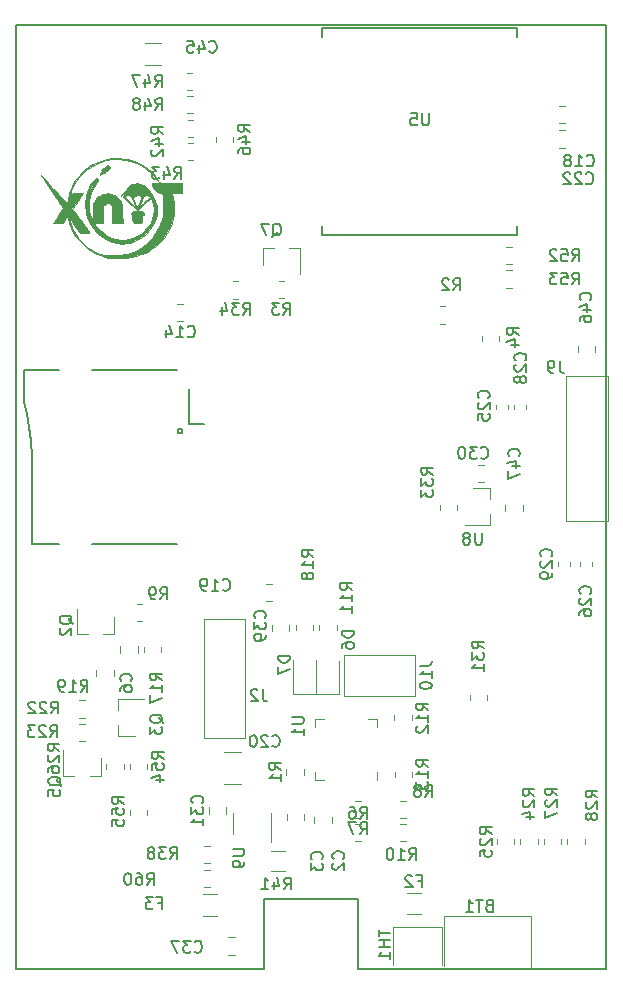
<source format=gbr>
G04 #@! TF.GenerationSoftware,KiCad,Pcbnew,(5.1.8)-1*
G04 #@! TF.CreationDate,2020-12-25T22:35:49+01:00*
G04 #@! TF.ProjectId,TinXsat,54696e58-7361-4742-9e6b-696361645f70,rev?*
G04 #@! TF.SameCoordinates,Original*
G04 #@! TF.FileFunction,Legend,Bot*
G04 #@! TF.FilePolarity,Positive*
%FSLAX46Y46*%
G04 Gerber Fmt 4.6, Leading zero omitted, Abs format (unit mm)*
G04 Created by KiCad (PCBNEW (5.1.8)-1) date 2020-12-25 22:35:49*
%MOMM*%
%LPD*%
G01*
G04 APERTURE LIST*
G04 #@! TA.AperFunction,Profile*
%ADD10C,0.150000*%
G04 #@! TD*
%ADD11C,0.010000*%
%ADD12C,0.150000*%
%ADD13C,0.120000*%
G04 APERTURE END LIST*
D10*
X79000000Y-124000000D02*
X71000000Y-124000000D01*
X79000000Y-130000000D02*
X79000000Y-124000000D01*
X71000000Y-130000000D02*
X71000000Y-124000000D01*
X100000000Y-130000000D02*
X79000000Y-130000000D01*
X71000000Y-130000000D02*
X50000000Y-130000000D01*
X50000000Y-130000000D02*
X50000000Y-50000000D01*
X100000000Y-50000000D02*
X100000000Y-130000000D01*
X50000000Y-50000000D02*
X100000000Y-50000000D01*
D11*
G04 #@! TO.C,G\u002A\u002A\u002A*
G36*
X57699525Y-61907212D02*
G01*
X57631402Y-61963626D01*
X57544741Y-62043012D01*
X57467071Y-62118962D01*
X57245129Y-62342214D01*
X57355692Y-62455440D01*
X57421557Y-62517745D01*
X57474668Y-62558870D01*
X57496511Y-62568667D01*
X57527867Y-62549602D01*
X57588197Y-62498204D01*
X57667714Y-62423170D01*
X57726801Y-62364056D01*
X57813626Y-62271925D01*
X57885549Y-62189423D01*
X57932914Y-62127961D01*
X57945752Y-62105309D01*
X57939253Y-62049644D01*
X57898672Y-61983492D01*
X57839444Y-61923463D01*
X57777003Y-61886166D01*
X57738866Y-61882674D01*
X57699525Y-61907212D01*
G37*
X57699525Y-61907212D02*
X57631402Y-61963626D01*
X57544741Y-62043012D01*
X57467071Y-62118962D01*
X57245129Y-62342214D01*
X57355692Y-62455440D01*
X57421557Y-62517745D01*
X57474668Y-62558870D01*
X57496511Y-62568667D01*
X57527867Y-62549602D01*
X57588197Y-62498204D01*
X57667714Y-62423170D01*
X57726801Y-62364056D01*
X57813626Y-62271925D01*
X57885549Y-62189423D01*
X57932914Y-62127961D01*
X57945752Y-62105309D01*
X57939253Y-62049644D01*
X57898672Y-61983492D01*
X57839444Y-61923463D01*
X57777003Y-61886166D01*
X57738866Y-61882674D01*
X57699525Y-61907212D01*
G36*
X57218150Y-62497128D02*
G01*
X57173235Y-62575941D01*
X57144289Y-62639397D01*
X57133119Y-62691705D01*
X57155570Y-62708000D01*
X57215315Y-62688475D01*
X57292522Y-62647138D01*
X57357095Y-62605998D01*
X57394561Y-62574943D01*
X57398355Y-62568039D01*
X57379837Y-62538384D01*
X57334951Y-62490739D01*
X57331804Y-62487762D01*
X57265253Y-62425241D01*
X57218150Y-62497128D01*
G37*
X57218150Y-62497128D02*
X57173235Y-62575941D01*
X57144289Y-62639397D01*
X57133119Y-62691705D01*
X57155570Y-62708000D01*
X57215315Y-62688475D01*
X57292522Y-62647138D01*
X57357095Y-62605998D01*
X57394561Y-62574943D01*
X57398355Y-62568039D01*
X57379837Y-62538384D01*
X57334951Y-62490739D01*
X57331804Y-62487762D01*
X57265253Y-62425241D01*
X57218150Y-62497128D01*
G36*
X59098744Y-64245208D02*
G01*
X59045417Y-64295247D01*
X59037718Y-64317041D01*
X59044981Y-64318445D01*
X59068030Y-64299412D01*
X59108481Y-64254945D01*
X59162244Y-64191445D01*
X59098744Y-64245208D01*
G37*
X59098744Y-64245208D02*
X59045417Y-64295247D01*
X59037718Y-64317041D01*
X59044981Y-64318445D01*
X59068030Y-64299412D01*
X59108481Y-64254945D01*
X59162244Y-64191445D01*
X59098744Y-64245208D01*
G36*
X58983160Y-64386305D02*
G01*
X58952862Y-64414722D01*
X58959078Y-64431059D01*
X58963023Y-64431334D01*
X58986894Y-64411288D01*
X58995606Y-64398751D01*
X58998932Y-64379439D01*
X58983160Y-64386305D01*
G37*
X58983160Y-64386305D02*
X58952862Y-64414722D01*
X58959078Y-64431059D01*
X58963023Y-64431334D01*
X58986894Y-64411288D01*
X58995606Y-64398751D01*
X58998932Y-64379439D01*
X58983160Y-64386305D01*
G36*
X58922355Y-64473667D02*
G01*
X58936466Y-64487778D01*
X58950577Y-64473667D01*
X58936466Y-64459556D01*
X58922355Y-64473667D01*
G37*
X58922355Y-64473667D02*
X58936466Y-64487778D01*
X58950577Y-64473667D01*
X58936466Y-64459556D01*
X58922355Y-64473667D01*
G36*
X60131842Y-65800532D02*
G01*
X60018731Y-65802787D01*
X59941537Y-65808372D01*
X59889997Y-65818778D01*
X59853848Y-65835500D01*
X59822827Y-65860030D01*
X59812301Y-65869779D01*
X59760455Y-65941754D01*
X59742676Y-66017525D01*
X59758578Y-66081342D01*
X59807776Y-66117460D01*
X59818411Y-66119574D01*
X59846840Y-66126405D01*
X59865207Y-66144135D01*
X59875703Y-66183189D01*
X59880523Y-66253992D01*
X59881860Y-66366967D01*
X59881911Y-66421363D01*
X59883818Y-66569591D01*
X59895242Y-66673279D01*
X59924736Y-66740383D01*
X59980852Y-66778858D01*
X60072144Y-66796660D01*
X60207163Y-66801742D01*
X60291133Y-66802000D01*
X60439916Y-66799205D01*
X60542706Y-66789957D01*
X60609720Y-66772959D01*
X60637631Y-66758067D01*
X60665939Y-66733978D01*
X60684179Y-66701618D01*
X60694536Y-66649250D01*
X60699197Y-66565137D01*
X60700349Y-66437543D01*
X60700355Y-66421363D01*
X60700961Y-66290201D01*
X60704241Y-66205056D01*
X60712388Y-66155505D01*
X60727596Y-66131123D01*
X60752059Y-66121485D01*
X60763855Y-66119574D01*
X60818205Y-66089188D01*
X60839318Y-66028650D01*
X60826810Y-65953706D01*
X60780296Y-65880104D01*
X60769965Y-65869779D01*
X60738417Y-65842433D01*
X60705027Y-65823373D01*
X60659531Y-65811107D01*
X60591668Y-65804141D01*
X60491174Y-65800982D01*
X60347786Y-65800137D01*
X60291133Y-65800112D01*
X60131842Y-65800532D01*
G37*
X60131842Y-65800532D02*
X60018731Y-65802787D01*
X59941537Y-65808372D01*
X59889997Y-65818778D01*
X59853848Y-65835500D01*
X59822827Y-65860030D01*
X59812301Y-65869779D01*
X59760455Y-65941754D01*
X59742676Y-66017525D01*
X59758578Y-66081342D01*
X59807776Y-66117460D01*
X59818411Y-66119574D01*
X59846840Y-66126405D01*
X59865207Y-66144135D01*
X59875703Y-66183189D01*
X59880523Y-66253992D01*
X59881860Y-66366967D01*
X59881911Y-66421363D01*
X59883818Y-66569591D01*
X59895242Y-66673279D01*
X59924736Y-66740383D01*
X59980852Y-66778858D01*
X60072144Y-66796660D01*
X60207163Y-66801742D01*
X60291133Y-66802000D01*
X60439916Y-66799205D01*
X60542706Y-66789957D01*
X60609720Y-66772959D01*
X60637631Y-66758067D01*
X60665939Y-66733978D01*
X60684179Y-66701618D01*
X60694536Y-66649250D01*
X60699197Y-66565137D01*
X60700349Y-66437543D01*
X60700355Y-66421363D01*
X60700961Y-66290201D01*
X60704241Y-66205056D01*
X60712388Y-66155505D01*
X60727596Y-66131123D01*
X60752059Y-66121485D01*
X60763855Y-66119574D01*
X60818205Y-66089188D01*
X60839318Y-66028650D01*
X60826810Y-65953706D01*
X60780296Y-65880104D01*
X60769965Y-65869779D01*
X60738417Y-65842433D01*
X60705027Y-65823373D01*
X60659531Y-65811107D01*
X60591668Y-65804141D01*
X60491174Y-65800982D01*
X60347786Y-65800137D01*
X60291133Y-65800112D01*
X60131842Y-65800532D01*
G36*
X56921834Y-63067942D02*
G01*
X56918577Y-63084015D01*
X56902534Y-63125125D01*
X56860534Y-63195048D01*
X56803467Y-63276181D01*
X56594214Y-63592960D01*
X56414844Y-63941611D01*
X56274419Y-64303063D01*
X56211747Y-64521718D01*
X56156714Y-64830805D01*
X56134195Y-65164252D01*
X56143567Y-65504801D01*
X56184207Y-65835195D01*
X56255489Y-66138175D01*
X56272031Y-66189979D01*
X56425768Y-66562364D01*
X56627985Y-66911926D01*
X56873703Y-67233959D01*
X57157945Y-67523756D01*
X57475732Y-67776610D01*
X57822086Y-67987813D01*
X58192028Y-68152660D01*
X58428466Y-68228807D01*
X58548191Y-68252375D01*
X58706933Y-68270307D01*
X58889034Y-68282174D01*
X59078836Y-68287551D01*
X59260681Y-68286009D01*
X59418911Y-68277121D01*
X59537867Y-68260459D01*
X59543244Y-68259242D01*
X59933472Y-68140238D01*
X60301258Y-67969878D01*
X60648925Y-67747070D01*
X60676269Y-67726699D01*
X60977546Y-67465107D01*
X61238322Y-67164443D01*
X61458999Y-66824207D01*
X61559456Y-66628477D01*
X61653387Y-66414664D01*
X61718149Y-66227166D01*
X61758241Y-66046996D01*
X61778166Y-65855167D01*
X61782598Y-65687223D01*
X61775438Y-65465960D01*
X61749589Y-65272073D01*
X61700348Y-65084947D01*
X61623012Y-64883968D01*
X61575084Y-64777708D01*
X61520202Y-64649522D01*
X61507880Y-64615950D01*
X61349034Y-64615950D01*
X61329705Y-64643513D01*
X61276236Y-64700015D01*
X61195887Y-64778886D01*
X61095918Y-64873558D01*
X60983589Y-64977464D01*
X60866159Y-65084034D01*
X60750888Y-65186700D01*
X60645037Y-65278895D01*
X60555864Y-65354048D01*
X60490630Y-65405594D01*
X60456594Y-65426962D01*
X60453438Y-65426250D01*
X60459868Y-65391788D01*
X60483479Y-65314909D01*
X60520881Y-65205758D01*
X60568687Y-65074479D01*
X60588634Y-65021537D01*
X60664332Y-64832430D01*
X60731149Y-64690852D01*
X60758763Y-64646521D01*
X60646346Y-64646521D01*
X60494562Y-65039872D01*
X60439592Y-65182527D01*
X60390725Y-65309719D01*
X60352123Y-65410582D01*
X60327950Y-65474250D01*
X60323086Y-65487331D01*
X60298298Y-65520883D01*
X60279954Y-65515553D01*
X60262354Y-65481442D01*
X60237071Y-65422832D01*
X60135911Y-65422832D01*
X60131326Y-65433930D01*
X60114503Y-65430301D01*
X60080838Y-65408176D01*
X60025725Y-65363786D01*
X59944561Y-65293363D01*
X59832742Y-65193137D01*
X59685662Y-65059340D01*
X59632706Y-65010931D01*
X59504489Y-64891127D01*
X59394271Y-64783283D01*
X59308171Y-64693758D01*
X59252310Y-64628911D01*
X59232800Y-64595378D01*
X59257504Y-64547850D01*
X59319531Y-64501442D01*
X59400752Y-64467812D01*
X59444466Y-64459255D01*
X59554241Y-64455531D01*
X59645874Y-64474684D01*
X59724958Y-64522432D01*
X59797087Y-64604493D01*
X59867853Y-64726584D01*
X59942850Y-64894424D01*
X59992052Y-65019065D01*
X60043647Y-65155792D01*
X60087043Y-65274325D01*
X60118589Y-65364413D01*
X60134633Y-65415806D01*
X60135911Y-65422832D01*
X60237071Y-65422832D01*
X60228970Y-65404053D01*
X60183748Y-65292993D01*
X60130634Y-65157869D01*
X60096192Y-65068119D01*
X59935870Y-64646571D01*
X60018073Y-64564368D01*
X60134020Y-64485120D01*
X60266681Y-64453147D01*
X60401964Y-64468429D01*
X60525780Y-64530944D01*
X60565034Y-64565209D01*
X60646346Y-64646521D01*
X60758763Y-64646521D01*
X60794190Y-64589649D01*
X60858563Y-64521667D01*
X60929376Y-64479750D01*
X60988468Y-64461410D01*
X61094764Y-64454350D01*
X61198391Y-64475260D01*
X61284533Y-64517789D01*
X61338375Y-64575589D01*
X61349034Y-64615950D01*
X61507880Y-64615950D01*
X61471583Y-64517059D01*
X61437942Y-64404550D01*
X61432939Y-64382597D01*
X61370823Y-64168931D01*
X61274692Y-63985277D01*
X61150235Y-63828095D01*
X60963752Y-63663190D01*
X60753128Y-63544597D01*
X60526350Y-63472731D01*
X60291405Y-63448005D01*
X60056278Y-63470837D01*
X59828958Y-63541640D01*
X59617430Y-63660830D01*
X59515160Y-63743122D01*
X59458406Y-63801828D01*
X59389991Y-63883056D01*
X59319982Y-63973390D01*
X59258444Y-64059415D01*
X59215445Y-64127719D01*
X59200998Y-64161765D01*
X59192663Y-64194753D01*
X59173111Y-64263005D01*
X59159711Y-64308057D01*
X59135032Y-64413008D01*
X59121076Y-64516861D01*
X59119911Y-64546109D01*
X59121587Y-64579102D01*
X59129702Y-64611024D01*
X59148887Y-64646961D01*
X59183772Y-64691996D01*
X59238988Y-64751214D01*
X59319166Y-64829700D01*
X59428935Y-64932538D01*
X59572928Y-65064813D01*
X59687707Y-65169568D01*
X59838481Y-65305903D01*
X59976753Y-65428790D01*
X60096778Y-65533296D01*
X60192814Y-65614488D01*
X60259115Y-65667431D01*
X60289939Y-65687192D01*
X60290352Y-65687223D01*
X60319844Y-65668914D01*
X60384898Y-65617354D01*
X60479613Y-65537591D01*
X60598088Y-65434674D01*
X60734423Y-65313650D01*
X60867612Y-65193334D01*
X61014395Y-65060117D01*
X61147763Y-64939908D01*
X61261962Y-64837826D01*
X61351240Y-64758988D01*
X61409841Y-64708514D01*
X61431627Y-64691558D01*
X61452838Y-64711358D01*
X61489175Y-64770914D01*
X61533420Y-64858149D01*
X61541273Y-64875002D01*
X61651260Y-65179372D01*
X61707584Y-65493574D01*
X61711283Y-65813509D01*
X61663393Y-66135075D01*
X61564948Y-66454173D01*
X61416985Y-66766702D01*
X61220541Y-67068562D01*
X60976650Y-67355651D01*
X60893434Y-67439207D01*
X60586526Y-67704576D01*
X60269620Y-67915116D01*
X59940336Y-68071927D01*
X59596296Y-68176105D01*
X59235123Y-68228751D01*
X59176355Y-68232426D01*
X58810268Y-68223546D01*
X58447660Y-68160792D01*
X58093633Y-68046710D01*
X57753290Y-67883848D01*
X57431734Y-67674753D01*
X57134066Y-67421972D01*
X56865389Y-67128051D01*
X56802698Y-67047579D01*
X56628224Y-66816112D01*
X56999179Y-66808237D01*
X57370133Y-66800362D01*
X57370133Y-66121058D01*
X57370697Y-65898762D01*
X57372676Y-65725569D01*
X57376499Y-65594144D01*
X57382595Y-65497153D01*
X57391393Y-65427262D01*
X57403322Y-65377138D01*
X57415471Y-65346210D01*
X57494314Y-65238983D01*
X57603060Y-65168954D01*
X57729158Y-65136124D01*
X57860058Y-65140491D01*
X57983209Y-65182057D01*
X58086061Y-65260821D01*
X58143239Y-65346210D01*
X58157988Y-65385737D01*
X58169264Y-65439126D01*
X58177497Y-65513706D01*
X58183114Y-65616806D01*
X58186545Y-65755754D01*
X58188218Y-65937879D01*
X58188577Y-66121877D01*
X58188577Y-66802000D01*
X59039227Y-66802000D01*
X59030180Y-66018834D01*
X59021133Y-65235667D01*
X58931107Y-65045622D01*
X58815748Y-64836984D01*
X58683389Y-64669361D01*
X58521742Y-64527524D01*
X58500783Y-64512222D01*
X58285482Y-64391238D01*
X58049082Y-64317291D01*
X57801553Y-64290293D01*
X57552860Y-64310153D01*
X57312971Y-64376782D01*
X57091853Y-64490092D01*
X57041217Y-64525303D01*
X56904383Y-64637666D01*
X56795928Y-64756922D01*
X56702074Y-64900400D01*
X56627743Y-65045325D01*
X56537577Y-65235667D01*
X56523466Y-65913000D01*
X56509355Y-66590334D01*
X56457209Y-66477445D01*
X56315440Y-66105030D01*
X56227835Y-65721918D01*
X56193978Y-65331808D01*
X56213457Y-64938396D01*
X56285856Y-64545382D01*
X56410761Y-64156462D01*
X56587757Y-63775334D01*
X56798632Y-63431291D01*
X56888677Y-63295679D01*
X56945140Y-63196986D01*
X56970600Y-63128789D01*
X56967638Y-63084670D01*
X56946800Y-63062556D01*
X56921834Y-63067942D01*
G37*
X56921834Y-63067942D02*
X56918577Y-63084015D01*
X56902534Y-63125125D01*
X56860534Y-63195048D01*
X56803467Y-63276181D01*
X56594214Y-63592960D01*
X56414844Y-63941611D01*
X56274419Y-64303063D01*
X56211747Y-64521718D01*
X56156714Y-64830805D01*
X56134195Y-65164252D01*
X56143567Y-65504801D01*
X56184207Y-65835195D01*
X56255489Y-66138175D01*
X56272031Y-66189979D01*
X56425768Y-66562364D01*
X56627985Y-66911926D01*
X56873703Y-67233959D01*
X57157945Y-67523756D01*
X57475732Y-67776610D01*
X57822086Y-67987813D01*
X58192028Y-68152660D01*
X58428466Y-68228807D01*
X58548191Y-68252375D01*
X58706933Y-68270307D01*
X58889034Y-68282174D01*
X59078836Y-68287551D01*
X59260681Y-68286009D01*
X59418911Y-68277121D01*
X59537867Y-68260459D01*
X59543244Y-68259242D01*
X59933472Y-68140238D01*
X60301258Y-67969878D01*
X60648925Y-67747070D01*
X60676269Y-67726699D01*
X60977546Y-67465107D01*
X61238322Y-67164443D01*
X61458999Y-66824207D01*
X61559456Y-66628477D01*
X61653387Y-66414664D01*
X61718149Y-66227166D01*
X61758241Y-66046996D01*
X61778166Y-65855167D01*
X61782598Y-65687223D01*
X61775438Y-65465960D01*
X61749589Y-65272073D01*
X61700348Y-65084947D01*
X61623012Y-64883968D01*
X61575084Y-64777708D01*
X61520202Y-64649522D01*
X61507880Y-64615950D01*
X61349034Y-64615950D01*
X61329705Y-64643513D01*
X61276236Y-64700015D01*
X61195887Y-64778886D01*
X61095918Y-64873558D01*
X60983589Y-64977464D01*
X60866159Y-65084034D01*
X60750888Y-65186700D01*
X60645037Y-65278895D01*
X60555864Y-65354048D01*
X60490630Y-65405594D01*
X60456594Y-65426962D01*
X60453438Y-65426250D01*
X60459868Y-65391788D01*
X60483479Y-65314909D01*
X60520881Y-65205758D01*
X60568687Y-65074479D01*
X60588634Y-65021537D01*
X60664332Y-64832430D01*
X60731149Y-64690852D01*
X60758763Y-64646521D01*
X60646346Y-64646521D01*
X60494562Y-65039872D01*
X60439592Y-65182527D01*
X60390725Y-65309719D01*
X60352123Y-65410582D01*
X60327950Y-65474250D01*
X60323086Y-65487331D01*
X60298298Y-65520883D01*
X60279954Y-65515553D01*
X60262354Y-65481442D01*
X60237071Y-65422832D01*
X60135911Y-65422832D01*
X60131326Y-65433930D01*
X60114503Y-65430301D01*
X60080838Y-65408176D01*
X60025725Y-65363786D01*
X59944561Y-65293363D01*
X59832742Y-65193137D01*
X59685662Y-65059340D01*
X59632706Y-65010931D01*
X59504489Y-64891127D01*
X59394271Y-64783283D01*
X59308171Y-64693758D01*
X59252310Y-64628911D01*
X59232800Y-64595378D01*
X59257504Y-64547850D01*
X59319531Y-64501442D01*
X59400752Y-64467812D01*
X59444466Y-64459255D01*
X59554241Y-64455531D01*
X59645874Y-64474684D01*
X59724958Y-64522432D01*
X59797087Y-64604493D01*
X59867853Y-64726584D01*
X59942850Y-64894424D01*
X59992052Y-65019065D01*
X60043647Y-65155792D01*
X60087043Y-65274325D01*
X60118589Y-65364413D01*
X60134633Y-65415806D01*
X60135911Y-65422832D01*
X60237071Y-65422832D01*
X60228970Y-65404053D01*
X60183748Y-65292993D01*
X60130634Y-65157869D01*
X60096192Y-65068119D01*
X59935870Y-64646571D01*
X60018073Y-64564368D01*
X60134020Y-64485120D01*
X60266681Y-64453147D01*
X60401964Y-64468429D01*
X60525780Y-64530944D01*
X60565034Y-64565209D01*
X60646346Y-64646521D01*
X60758763Y-64646521D01*
X60794190Y-64589649D01*
X60858563Y-64521667D01*
X60929376Y-64479750D01*
X60988468Y-64461410D01*
X61094764Y-64454350D01*
X61198391Y-64475260D01*
X61284533Y-64517789D01*
X61338375Y-64575589D01*
X61349034Y-64615950D01*
X61507880Y-64615950D01*
X61471583Y-64517059D01*
X61437942Y-64404550D01*
X61432939Y-64382597D01*
X61370823Y-64168931D01*
X61274692Y-63985277D01*
X61150235Y-63828095D01*
X60963752Y-63663190D01*
X60753128Y-63544597D01*
X60526350Y-63472731D01*
X60291405Y-63448005D01*
X60056278Y-63470837D01*
X59828958Y-63541640D01*
X59617430Y-63660830D01*
X59515160Y-63743122D01*
X59458406Y-63801828D01*
X59389991Y-63883056D01*
X59319982Y-63973390D01*
X59258444Y-64059415D01*
X59215445Y-64127719D01*
X59200998Y-64161765D01*
X59192663Y-64194753D01*
X59173111Y-64263005D01*
X59159711Y-64308057D01*
X59135032Y-64413008D01*
X59121076Y-64516861D01*
X59119911Y-64546109D01*
X59121587Y-64579102D01*
X59129702Y-64611024D01*
X59148887Y-64646961D01*
X59183772Y-64691996D01*
X59238988Y-64751214D01*
X59319166Y-64829700D01*
X59428935Y-64932538D01*
X59572928Y-65064813D01*
X59687707Y-65169568D01*
X59838481Y-65305903D01*
X59976753Y-65428790D01*
X60096778Y-65533296D01*
X60192814Y-65614488D01*
X60259115Y-65667431D01*
X60289939Y-65687192D01*
X60290352Y-65687223D01*
X60319844Y-65668914D01*
X60384898Y-65617354D01*
X60479613Y-65537591D01*
X60598088Y-65434674D01*
X60734423Y-65313650D01*
X60867612Y-65193334D01*
X61014395Y-65060117D01*
X61147763Y-64939908D01*
X61261962Y-64837826D01*
X61351240Y-64758988D01*
X61409841Y-64708514D01*
X61431627Y-64691558D01*
X61452838Y-64711358D01*
X61489175Y-64770914D01*
X61533420Y-64858149D01*
X61541273Y-64875002D01*
X61651260Y-65179372D01*
X61707584Y-65493574D01*
X61711283Y-65813509D01*
X61663393Y-66135075D01*
X61564948Y-66454173D01*
X61416985Y-66766702D01*
X61220541Y-67068562D01*
X60976650Y-67355651D01*
X60893434Y-67439207D01*
X60586526Y-67704576D01*
X60269620Y-67915116D01*
X59940336Y-68071927D01*
X59596296Y-68176105D01*
X59235123Y-68228751D01*
X59176355Y-68232426D01*
X58810268Y-68223546D01*
X58447660Y-68160792D01*
X58093633Y-68046710D01*
X57753290Y-67883848D01*
X57431734Y-67674753D01*
X57134066Y-67421972D01*
X56865389Y-67128051D01*
X56802698Y-67047579D01*
X56628224Y-66816112D01*
X56999179Y-66808237D01*
X57370133Y-66800362D01*
X57370133Y-66121058D01*
X57370697Y-65898762D01*
X57372676Y-65725569D01*
X57376499Y-65594144D01*
X57382595Y-65497153D01*
X57391393Y-65427262D01*
X57403322Y-65377138D01*
X57415471Y-65346210D01*
X57494314Y-65238983D01*
X57603060Y-65168954D01*
X57729158Y-65136124D01*
X57860058Y-65140491D01*
X57983209Y-65182057D01*
X58086061Y-65260821D01*
X58143239Y-65346210D01*
X58157988Y-65385737D01*
X58169264Y-65439126D01*
X58177497Y-65513706D01*
X58183114Y-65616806D01*
X58186545Y-65755754D01*
X58188218Y-65937879D01*
X58188577Y-66121877D01*
X58188577Y-66802000D01*
X59039227Y-66802000D01*
X59030180Y-66018834D01*
X59021133Y-65235667D01*
X58931107Y-65045622D01*
X58815748Y-64836984D01*
X58683389Y-64669361D01*
X58521742Y-64527524D01*
X58500783Y-64512222D01*
X58285482Y-64391238D01*
X58049082Y-64317291D01*
X57801553Y-64290293D01*
X57552860Y-64310153D01*
X57312971Y-64376782D01*
X57091853Y-64490092D01*
X57041217Y-64525303D01*
X56904383Y-64637666D01*
X56795928Y-64756922D01*
X56702074Y-64900400D01*
X56627743Y-65045325D01*
X56537577Y-65235667D01*
X56523466Y-65913000D01*
X56509355Y-66590334D01*
X56457209Y-66477445D01*
X56315440Y-66105030D01*
X56227835Y-65721918D01*
X56193978Y-65331808D01*
X56213457Y-64938396D01*
X56285856Y-64545382D01*
X56410761Y-64156462D01*
X56587757Y-63775334D01*
X56798632Y-63431291D01*
X56888677Y-63295679D01*
X56945140Y-63196986D01*
X56970600Y-63128789D01*
X56967638Y-63084670D01*
X56946800Y-63062556D01*
X56921834Y-63067942D01*
G36*
X56781490Y-62986837D02*
G01*
X56700793Y-63049944D01*
X56608358Y-63152062D01*
X56508531Y-63286388D01*
X56405657Y-63446117D01*
X56304082Y-63624447D01*
X56208152Y-63814573D01*
X56122212Y-64009693D01*
X56050607Y-64203003D01*
X56042635Y-64227469D01*
X55960644Y-64515433D01*
X55908437Y-64783352D01*
X55882887Y-65054230D01*
X55880867Y-65351074D01*
X55882610Y-65405000D01*
X55908534Y-65742824D01*
X55962321Y-66046974D01*
X56048065Y-66334973D01*
X56165278Y-66614703D01*
X56367106Y-66982361D01*
X56606901Y-67317872D01*
X56880162Y-67618512D01*
X57182389Y-67881560D01*
X57509083Y-68104292D01*
X57855743Y-68283986D01*
X58217871Y-68417919D01*
X58590967Y-68503368D01*
X58970530Y-68537611D01*
X59317466Y-68522009D01*
X59689252Y-68452843D01*
X60051492Y-68331492D01*
X60398650Y-68162074D01*
X60725189Y-67948708D01*
X61025572Y-67695510D01*
X61294262Y-67406598D01*
X61525722Y-67086090D01*
X61713443Y-66740216D01*
X61849250Y-66386266D01*
X61928817Y-66036967D01*
X61952147Y-65692369D01*
X61919242Y-65352521D01*
X61830102Y-65017472D01*
X61684730Y-64687274D01*
X61644233Y-64613584D01*
X61584268Y-64511046D01*
X61531840Y-64426231D01*
X61495049Y-64372048D01*
X61485749Y-64361093D01*
X61465046Y-64355842D01*
X61465010Y-64393210D01*
X61483055Y-64464387D01*
X61516595Y-64560558D01*
X61563047Y-64672913D01*
X61601577Y-64755889D01*
X61688402Y-64944574D01*
X61748565Y-65105423D01*
X61786522Y-65257696D01*
X61806729Y-65420649D01*
X61813642Y-65613539D01*
X61813808Y-65673112D01*
X61807740Y-65895058D01*
X61787502Y-66082340D01*
X61748529Y-66254878D01*
X61686257Y-66432595D01*
X61596120Y-66635410D01*
X61590699Y-66646778D01*
X61448461Y-66913056D01*
X61286174Y-67152589D01*
X61090315Y-67384341D01*
X60991002Y-67487741D01*
X60686887Y-67757881D01*
X60362943Y-67977220D01*
X60022736Y-68145137D01*
X59669830Y-68261015D01*
X59307791Y-68324231D01*
X58940184Y-68334168D01*
X58570574Y-68290205D01*
X58202525Y-68191723D01*
X57839603Y-68038102D01*
X57835800Y-68036177D01*
X57480614Y-67824936D01*
X57154227Y-67567453D01*
X56861187Y-67268457D01*
X56606044Y-66932677D01*
X56393345Y-66564842D01*
X56365832Y-66508143D01*
X56220788Y-66137459D01*
X56129129Y-65753750D01*
X56090413Y-65360985D01*
X56104201Y-64963137D01*
X56170052Y-64564176D01*
X56287526Y-64168074D01*
X56456182Y-63778800D01*
X56675580Y-63400327D01*
X56717388Y-63338082D01*
X56808963Y-63199812D01*
X56866773Y-63099637D01*
X56892775Y-63031951D01*
X56888927Y-62991148D01*
X56857188Y-62971621D01*
X56846104Y-62969544D01*
X56781490Y-62986837D01*
G37*
X56781490Y-62986837D02*
X56700793Y-63049944D01*
X56608358Y-63152062D01*
X56508531Y-63286388D01*
X56405657Y-63446117D01*
X56304082Y-63624447D01*
X56208152Y-63814573D01*
X56122212Y-64009693D01*
X56050607Y-64203003D01*
X56042635Y-64227469D01*
X55960644Y-64515433D01*
X55908437Y-64783352D01*
X55882887Y-65054230D01*
X55880867Y-65351074D01*
X55882610Y-65405000D01*
X55908534Y-65742824D01*
X55962321Y-66046974D01*
X56048065Y-66334973D01*
X56165278Y-66614703D01*
X56367106Y-66982361D01*
X56606901Y-67317872D01*
X56880162Y-67618512D01*
X57182389Y-67881560D01*
X57509083Y-68104292D01*
X57855743Y-68283986D01*
X58217871Y-68417919D01*
X58590967Y-68503368D01*
X58970530Y-68537611D01*
X59317466Y-68522009D01*
X59689252Y-68452843D01*
X60051492Y-68331492D01*
X60398650Y-68162074D01*
X60725189Y-67948708D01*
X61025572Y-67695510D01*
X61294262Y-67406598D01*
X61525722Y-67086090D01*
X61713443Y-66740216D01*
X61849250Y-66386266D01*
X61928817Y-66036967D01*
X61952147Y-65692369D01*
X61919242Y-65352521D01*
X61830102Y-65017472D01*
X61684730Y-64687274D01*
X61644233Y-64613584D01*
X61584268Y-64511046D01*
X61531840Y-64426231D01*
X61495049Y-64372048D01*
X61485749Y-64361093D01*
X61465046Y-64355842D01*
X61465010Y-64393210D01*
X61483055Y-64464387D01*
X61516595Y-64560558D01*
X61563047Y-64672913D01*
X61601577Y-64755889D01*
X61688402Y-64944574D01*
X61748565Y-65105423D01*
X61786522Y-65257696D01*
X61806729Y-65420649D01*
X61813642Y-65613539D01*
X61813808Y-65673112D01*
X61807740Y-65895058D01*
X61787502Y-66082340D01*
X61748529Y-66254878D01*
X61686257Y-66432595D01*
X61596120Y-66635410D01*
X61590699Y-66646778D01*
X61448461Y-66913056D01*
X61286174Y-67152589D01*
X61090315Y-67384341D01*
X60991002Y-67487741D01*
X60686887Y-67757881D01*
X60362943Y-67977220D01*
X60022736Y-68145137D01*
X59669830Y-68261015D01*
X59307791Y-68324231D01*
X58940184Y-68334168D01*
X58570574Y-68290205D01*
X58202525Y-68191723D01*
X57839603Y-68038102D01*
X57835800Y-68036177D01*
X57480614Y-67824936D01*
X57154227Y-67567453D01*
X56861187Y-67268457D01*
X56606044Y-66932677D01*
X56393345Y-66564842D01*
X56365832Y-66508143D01*
X56220788Y-66137459D01*
X56129129Y-65753750D01*
X56090413Y-65360985D01*
X56104201Y-64963137D01*
X56170052Y-64564176D01*
X56287526Y-64168074D01*
X56456182Y-63778800D01*
X56675580Y-63400327D01*
X56717388Y-63338082D01*
X56808963Y-63199812D01*
X56866773Y-63099637D01*
X56892775Y-63031951D01*
X56888927Y-62991148D01*
X56857188Y-62971621D01*
X56846104Y-62969544D01*
X56781490Y-62986837D01*
G36*
X58157322Y-61323695D02*
G01*
X57684478Y-61398696D01*
X57221415Y-61528873D01*
X56769841Y-61713867D01*
X56396466Y-61913852D01*
X56045969Y-62152487D01*
X55711723Y-62437973D01*
X55401840Y-62761307D01*
X55124437Y-63113484D01*
X54887627Y-63485500D01*
X54762462Y-63726998D01*
X54687670Y-63899888D01*
X54613228Y-64097694D01*
X54544100Y-64304766D01*
X54485244Y-64505456D01*
X54441623Y-64684114D01*
X54420306Y-64806330D01*
X54401192Y-64906629D01*
X54373579Y-64990947D01*
X54353457Y-65027178D01*
X54334899Y-65046937D01*
X54314649Y-65054046D01*
X54286315Y-65043764D01*
X54243508Y-65011354D01*
X54179836Y-64952077D01*
X54088907Y-64861192D01*
X53980929Y-64750960D01*
X53688156Y-64448212D01*
X53387415Y-64131690D01*
X53087908Y-63811341D01*
X52798836Y-63497108D01*
X52529400Y-63198936D01*
X52288801Y-62926771D01*
X52222860Y-62850800D01*
X52191914Y-62815089D01*
X52167766Y-62787979D01*
X52152350Y-62772440D01*
X52147601Y-62771440D01*
X52155451Y-62787949D01*
X52177834Y-62824936D01*
X52216685Y-62885371D01*
X52273935Y-62972222D01*
X52351521Y-63088460D01*
X52451374Y-63237052D01*
X52575429Y-63420969D01*
X52725619Y-63643180D01*
X52903878Y-63906655D01*
X53078003Y-64163927D01*
X53245137Y-64411361D01*
X53402418Y-64645183D01*
X53547046Y-64861164D01*
X53676222Y-65055079D01*
X53787148Y-65222701D01*
X53877024Y-65359802D01*
X53943051Y-65462157D01*
X53982430Y-65525537D01*
X53992874Y-65545468D01*
X53977780Y-65576186D01*
X53935302Y-65647076D01*
X53869642Y-65751529D01*
X53785002Y-65882938D01*
X53685585Y-66034696D01*
X53593059Y-66174068D01*
X53484626Y-66336997D01*
X53387363Y-66484195D01*
X53305448Y-66609255D01*
X53243058Y-66705765D01*
X53204371Y-66767319D01*
X53193244Y-66787399D01*
X53219803Y-66792586D01*
X53292833Y-66796961D01*
X53402362Y-66800165D01*
X53538418Y-66801840D01*
X53598389Y-66802000D01*
X54003534Y-66802000D01*
X54203056Y-66501235D01*
X54402579Y-66200469D01*
X54421586Y-66310735D01*
X54527784Y-66763841D01*
X54685279Y-67199969D01*
X54890462Y-67615221D01*
X55139722Y-68005697D01*
X55429449Y-68367499D01*
X55756032Y-68696728D01*
X56115861Y-68989485D01*
X56505326Y-69241871D01*
X56920817Y-69449988D01*
X57358723Y-69609936D01*
X57517532Y-69654050D01*
X57869975Y-69729067D01*
X58224695Y-69773022D01*
X58593852Y-69786461D01*
X58989607Y-69769934D01*
X59331577Y-69735741D01*
X59786458Y-69667658D01*
X60197344Y-69578271D01*
X60573697Y-69464402D01*
X60924976Y-69322872D01*
X61260643Y-69150502D01*
X61490577Y-69010316D01*
X61895915Y-68716357D01*
X62254835Y-68390316D01*
X62567215Y-68032371D01*
X62832933Y-67642696D01*
X63051864Y-67221469D01*
X63223885Y-66768865D01*
X63329663Y-66375295D01*
X63354733Y-66253957D01*
X63372578Y-66141488D01*
X63384322Y-66023975D01*
X63391090Y-65887509D01*
X63394004Y-65718177D01*
X63394355Y-65574334D01*
X63391119Y-65390889D01*
X62492466Y-65390889D01*
X62491692Y-65599322D01*
X62488766Y-65763336D01*
X62482782Y-65894942D01*
X62472834Y-66006152D01*
X62458014Y-66108977D01*
X62437417Y-66215429D01*
X62426454Y-66265778D01*
X62294849Y-66735063D01*
X62116163Y-67178785D01*
X61893119Y-67593854D01*
X61628443Y-67977180D01*
X61324856Y-68325674D01*
X60985082Y-68636246D01*
X60611846Y-68905806D01*
X60207870Y-69131265D01*
X59775878Y-69309532D01*
X59729625Y-69325181D01*
X59311087Y-69438251D01*
X58862507Y-69511802D01*
X58394966Y-69544979D01*
X57919545Y-69536928D01*
X57511244Y-69496158D01*
X57352576Y-69473741D01*
X57236290Y-69455718D01*
X57148885Y-69438538D01*
X57076862Y-69418647D01*
X57006719Y-69392495D01*
X56924958Y-69356527D01*
X56851094Y-69322457D01*
X56424626Y-69094699D01*
X56032390Y-68823196D01*
X55676791Y-68510821D01*
X55360235Y-68160445D01*
X55085127Y-67774939D01*
X54853871Y-67357175D01*
X54668874Y-66910025D01*
X54574389Y-66604306D01*
X54547762Y-66498574D01*
X54530374Y-66415340D01*
X54524915Y-66368134D01*
X54526304Y-66362644D01*
X54544941Y-66381487D01*
X54590784Y-66441425D01*
X54659677Y-66536622D01*
X54747465Y-66661242D01*
X54849994Y-66809448D01*
X54963109Y-66975405D01*
X54974238Y-66991858D01*
X55408688Y-67634556D01*
X55824966Y-67642366D01*
X55975017Y-67643550D01*
X56099774Y-67641371D01*
X56190087Y-67636217D01*
X56236810Y-67628474D01*
X56241244Y-67624730D01*
X56225107Y-67591393D01*
X56179475Y-67518567D01*
X56108514Y-67412074D01*
X56016392Y-67277732D01*
X55907276Y-67121361D01*
X55785332Y-66948782D01*
X55654729Y-66765814D01*
X55519632Y-66578277D01*
X55384209Y-66391991D01*
X55312264Y-66294000D01*
X54519688Y-66294000D01*
X54509362Y-66317230D01*
X54500874Y-66312815D01*
X54497496Y-66279322D01*
X54500874Y-66275186D01*
X54517652Y-66279060D01*
X54519688Y-66294000D01*
X55312264Y-66294000D01*
X55252627Y-66212775D01*
X55129054Y-66046450D01*
X55017655Y-65898836D01*
X54922599Y-65775752D01*
X54870835Y-65710778D01*
X54798360Y-65621444D01*
X55236677Y-64964337D01*
X55349980Y-64793869D01*
X55451908Y-64639343D01*
X55538559Y-64506772D01*
X55606031Y-64402164D01*
X55650421Y-64331532D01*
X55667828Y-64300886D01*
X55667880Y-64300118D01*
X55638692Y-64297308D01*
X55563227Y-64294388D01*
X55451650Y-64291639D01*
X55314129Y-64289344D01*
X55252506Y-64288599D01*
X54844244Y-64284193D01*
X54691646Y-64513258D01*
X54625870Y-64609354D01*
X54571925Y-64683221D01*
X54536981Y-64725315D01*
X54527933Y-64731208D01*
X54528242Y-64698545D01*
X54542684Y-64624400D01*
X54567972Y-64520980D01*
X54600821Y-64400492D01*
X54637944Y-64275145D01*
X54676055Y-64157144D01*
X54702307Y-64083466D01*
X54882134Y-63678604D01*
X55109481Y-63287079D01*
X55377013Y-62919061D01*
X55677397Y-62584725D01*
X55977300Y-62314953D01*
X56364713Y-62037895D01*
X56778013Y-61807509D01*
X57211768Y-61625610D01*
X57660545Y-61494010D01*
X58118913Y-61414524D01*
X58581439Y-61388964D01*
X58738911Y-61392891D01*
X59228751Y-61442246D01*
X59698816Y-61544320D01*
X60147716Y-61698501D01*
X60574063Y-61904177D01*
X60976470Y-62160737D01*
X61353548Y-62467569D01*
X61504220Y-62611469D01*
X61626409Y-62739354D01*
X61750630Y-62879342D01*
X61869207Y-63021775D01*
X61974466Y-63156995D01*
X62058732Y-63275343D01*
X62114328Y-63367161D01*
X62127295Y-63395522D01*
X62130490Y-63416773D01*
X62114519Y-63430675D01*
X62070333Y-63438754D01*
X61988883Y-63442536D01*
X61861117Y-63443548D01*
X61842539Y-63443556D01*
X61539350Y-63443556D01*
X61556769Y-63570646D01*
X61610533Y-63763917D01*
X61711590Y-63938351D01*
X61851831Y-64085913D01*
X62023148Y-64198566D01*
X62217432Y-64268273D01*
X62270854Y-64278393D01*
X62387908Y-64296512D01*
X62440187Y-64554423D01*
X62460144Y-64667541D01*
X62474633Y-64788197D01*
X62484356Y-64927648D01*
X62490018Y-65097155D01*
X62492323Y-65307975D01*
X62492466Y-65390889D01*
X63391119Y-65390889D01*
X63389274Y-65286385D01*
X63373516Y-65039004D01*
X63345235Y-64817007D01*
X63302584Y-64605212D01*
X63254576Y-64425023D01*
X63215617Y-64291712D01*
X63630153Y-64283912D01*
X64044688Y-64276112D01*
X64052499Y-63859834D01*
X64060309Y-63443556D01*
X62257419Y-63443556D01*
X62166391Y-63295389D01*
X61895830Y-62908111D01*
X61583256Y-62555809D01*
X61233038Y-62241291D01*
X60849543Y-61967365D01*
X60437141Y-61736839D01*
X60000199Y-61552522D01*
X59543085Y-61417220D01*
X59125521Y-61340655D01*
X58638239Y-61304228D01*
X58157322Y-61323695D01*
G37*
X58157322Y-61323695D02*
X57684478Y-61398696D01*
X57221415Y-61528873D01*
X56769841Y-61713867D01*
X56396466Y-61913852D01*
X56045969Y-62152487D01*
X55711723Y-62437973D01*
X55401840Y-62761307D01*
X55124437Y-63113484D01*
X54887627Y-63485500D01*
X54762462Y-63726998D01*
X54687670Y-63899888D01*
X54613228Y-64097694D01*
X54544100Y-64304766D01*
X54485244Y-64505456D01*
X54441623Y-64684114D01*
X54420306Y-64806330D01*
X54401192Y-64906629D01*
X54373579Y-64990947D01*
X54353457Y-65027178D01*
X54334899Y-65046937D01*
X54314649Y-65054046D01*
X54286315Y-65043764D01*
X54243508Y-65011354D01*
X54179836Y-64952077D01*
X54088907Y-64861192D01*
X53980929Y-64750960D01*
X53688156Y-64448212D01*
X53387415Y-64131690D01*
X53087908Y-63811341D01*
X52798836Y-63497108D01*
X52529400Y-63198936D01*
X52288801Y-62926771D01*
X52222860Y-62850800D01*
X52191914Y-62815089D01*
X52167766Y-62787979D01*
X52152350Y-62772440D01*
X52147601Y-62771440D01*
X52155451Y-62787949D01*
X52177834Y-62824936D01*
X52216685Y-62885371D01*
X52273935Y-62972222D01*
X52351521Y-63088460D01*
X52451374Y-63237052D01*
X52575429Y-63420969D01*
X52725619Y-63643180D01*
X52903878Y-63906655D01*
X53078003Y-64163927D01*
X53245137Y-64411361D01*
X53402418Y-64645183D01*
X53547046Y-64861164D01*
X53676222Y-65055079D01*
X53787148Y-65222701D01*
X53877024Y-65359802D01*
X53943051Y-65462157D01*
X53982430Y-65525537D01*
X53992874Y-65545468D01*
X53977780Y-65576186D01*
X53935302Y-65647076D01*
X53869642Y-65751529D01*
X53785002Y-65882938D01*
X53685585Y-66034696D01*
X53593059Y-66174068D01*
X53484626Y-66336997D01*
X53387363Y-66484195D01*
X53305448Y-66609255D01*
X53243058Y-66705765D01*
X53204371Y-66767319D01*
X53193244Y-66787399D01*
X53219803Y-66792586D01*
X53292833Y-66796961D01*
X53402362Y-66800165D01*
X53538418Y-66801840D01*
X53598389Y-66802000D01*
X54003534Y-66802000D01*
X54203056Y-66501235D01*
X54402579Y-66200469D01*
X54421586Y-66310735D01*
X54527784Y-66763841D01*
X54685279Y-67199969D01*
X54890462Y-67615221D01*
X55139722Y-68005697D01*
X55429449Y-68367499D01*
X55756032Y-68696728D01*
X56115861Y-68989485D01*
X56505326Y-69241871D01*
X56920817Y-69449988D01*
X57358723Y-69609936D01*
X57517532Y-69654050D01*
X57869975Y-69729067D01*
X58224695Y-69773022D01*
X58593852Y-69786461D01*
X58989607Y-69769934D01*
X59331577Y-69735741D01*
X59786458Y-69667658D01*
X60197344Y-69578271D01*
X60573697Y-69464402D01*
X60924976Y-69322872D01*
X61260643Y-69150502D01*
X61490577Y-69010316D01*
X61895915Y-68716357D01*
X62254835Y-68390316D01*
X62567215Y-68032371D01*
X62832933Y-67642696D01*
X63051864Y-67221469D01*
X63223885Y-66768865D01*
X63329663Y-66375295D01*
X63354733Y-66253957D01*
X63372578Y-66141488D01*
X63384322Y-66023975D01*
X63391090Y-65887509D01*
X63394004Y-65718177D01*
X63394355Y-65574334D01*
X63391119Y-65390889D01*
X62492466Y-65390889D01*
X62491692Y-65599322D01*
X62488766Y-65763336D01*
X62482782Y-65894942D01*
X62472834Y-66006152D01*
X62458014Y-66108977D01*
X62437417Y-66215429D01*
X62426454Y-66265778D01*
X62294849Y-66735063D01*
X62116163Y-67178785D01*
X61893119Y-67593854D01*
X61628443Y-67977180D01*
X61324856Y-68325674D01*
X60985082Y-68636246D01*
X60611846Y-68905806D01*
X60207870Y-69131265D01*
X59775878Y-69309532D01*
X59729625Y-69325181D01*
X59311087Y-69438251D01*
X58862507Y-69511802D01*
X58394966Y-69544979D01*
X57919545Y-69536928D01*
X57511244Y-69496158D01*
X57352576Y-69473741D01*
X57236290Y-69455718D01*
X57148885Y-69438538D01*
X57076862Y-69418647D01*
X57006719Y-69392495D01*
X56924958Y-69356527D01*
X56851094Y-69322457D01*
X56424626Y-69094699D01*
X56032390Y-68823196D01*
X55676791Y-68510821D01*
X55360235Y-68160445D01*
X55085127Y-67774939D01*
X54853871Y-67357175D01*
X54668874Y-66910025D01*
X54574389Y-66604306D01*
X54547762Y-66498574D01*
X54530374Y-66415340D01*
X54524915Y-66368134D01*
X54526304Y-66362644D01*
X54544941Y-66381487D01*
X54590784Y-66441425D01*
X54659677Y-66536622D01*
X54747465Y-66661242D01*
X54849994Y-66809448D01*
X54963109Y-66975405D01*
X54974238Y-66991858D01*
X55408688Y-67634556D01*
X55824966Y-67642366D01*
X55975017Y-67643550D01*
X56099774Y-67641371D01*
X56190087Y-67636217D01*
X56236810Y-67628474D01*
X56241244Y-67624730D01*
X56225107Y-67591393D01*
X56179475Y-67518567D01*
X56108514Y-67412074D01*
X56016392Y-67277732D01*
X55907276Y-67121361D01*
X55785332Y-66948782D01*
X55654729Y-66765814D01*
X55519632Y-66578277D01*
X55384209Y-66391991D01*
X55312264Y-66294000D01*
X54519688Y-66294000D01*
X54509362Y-66317230D01*
X54500874Y-66312815D01*
X54497496Y-66279322D01*
X54500874Y-66275186D01*
X54517652Y-66279060D01*
X54519688Y-66294000D01*
X55312264Y-66294000D01*
X55252627Y-66212775D01*
X55129054Y-66046450D01*
X55017655Y-65898836D01*
X54922599Y-65775752D01*
X54870835Y-65710778D01*
X54798360Y-65621444D01*
X55236677Y-64964337D01*
X55349980Y-64793869D01*
X55451908Y-64639343D01*
X55538559Y-64506772D01*
X55606031Y-64402164D01*
X55650421Y-64331532D01*
X55667828Y-64300886D01*
X55667880Y-64300118D01*
X55638692Y-64297308D01*
X55563227Y-64294388D01*
X55451650Y-64291639D01*
X55314129Y-64289344D01*
X55252506Y-64288599D01*
X54844244Y-64284193D01*
X54691646Y-64513258D01*
X54625870Y-64609354D01*
X54571925Y-64683221D01*
X54536981Y-64725315D01*
X54527933Y-64731208D01*
X54528242Y-64698545D01*
X54542684Y-64624400D01*
X54567972Y-64520980D01*
X54600821Y-64400492D01*
X54637944Y-64275145D01*
X54676055Y-64157144D01*
X54702307Y-64083466D01*
X54882134Y-63678604D01*
X55109481Y-63287079D01*
X55377013Y-62919061D01*
X55677397Y-62584725D01*
X55977300Y-62314953D01*
X56364713Y-62037895D01*
X56778013Y-61807509D01*
X57211768Y-61625610D01*
X57660545Y-61494010D01*
X58118913Y-61414524D01*
X58581439Y-61388964D01*
X58738911Y-61392891D01*
X59228751Y-61442246D01*
X59698816Y-61544320D01*
X60147716Y-61698501D01*
X60574063Y-61904177D01*
X60976470Y-62160737D01*
X61353548Y-62467569D01*
X61504220Y-62611469D01*
X61626409Y-62739354D01*
X61750630Y-62879342D01*
X61869207Y-63021775D01*
X61974466Y-63156995D01*
X62058732Y-63275343D01*
X62114328Y-63367161D01*
X62127295Y-63395522D01*
X62130490Y-63416773D01*
X62114519Y-63430675D01*
X62070333Y-63438754D01*
X61988883Y-63442536D01*
X61861117Y-63443548D01*
X61842539Y-63443556D01*
X61539350Y-63443556D01*
X61556769Y-63570646D01*
X61610533Y-63763917D01*
X61711590Y-63938351D01*
X61851831Y-64085913D01*
X62023148Y-64198566D01*
X62217432Y-64268273D01*
X62270854Y-64278393D01*
X62387908Y-64296512D01*
X62440187Y-64554423D01*
X62460144Y-64667541D01*
X62474633Y-64788197D01*
X62484356Y-64927648D01*
X62490018Y-65097155D01*
X62492323Y-65307975D01*
X62492466Y-65390889D01*
X63391119Y-65390889D01*
X63389274Y-65286385D01*
X63373516Y-65039004D01*
X63345235Y-64817007D01*
X63302584Y-64605212D01*
X63254576Y-64425023D01*
X63215617Y-64291712D01*
X63630153Y-64283912D01*
X64044688Y-64276112D01*
X64052499Y-63859834D01*
X64060309Y-63443556D01*
X62257419Y-63443556D01*
X62166391Y-63295389D01*
X61895830Y-62908111D01*
X61583256Y-62555809D01*
X61233038Y-62241291D01*
X60849543Y-61967365D01*
X60437141Y-61736839D01*
X60000199Y-61552522D01*
X59543085Y-61417220D01*
X59125521Y-61340655D01*
X58638239Y-61304228D01*
X58157322Y-61323695D01*
D12*
G04 #@! TO.C,XS1*
X64662500Y-83815000D02*
X64662500Y-80815000D01*
X63762500Y-84265000D02*
X64062500Y-84265000D01*
X63762500Y-84565000D02*
X63762500Y-84265000D01*
X64062500Y-84565000D02*
X63762500Y-84565000D01*
X64062500Y-84265000D02*
X64062500Y-84565000D01*
X63662500Y-79265000D02*
X56462500Y-79265000D01*
X50662500Y-79265000D02*
X53662500Y-79265000D01*
X50662500Y-81965000D02*
X50662500Y-79265000D01*
X53662500Y-93965000D02*
X51362500Y-93965000D01*
X56462500Y-93965000D02*
X63662500Y-93965000D01*
X64662500Y-83815000D02*
X65962500Y-83815000D01*
X50962500Y-83015000D02*
X50662500Y-81965000D01*
X51162500Y-84115000D02*
X50962500Y-83015000D01*
X51312500Y-85265000D02*
X51162500Y-84115000D01*
X51362500Y-86615000D02*
X51312500Y-85265000D01*
X51362500Y-93965000D02*
X51362500Y-86615000D01*
D13*
G04 #@! TO.C,J2*
X65919900Y-100357600D02*
X65919900Y-110441400D01*
X69399700Y-100357600D02*
X65919900Y-100357600D01*
X69399700Y-108866600D02*
X69399700Y-100357600D01*
X69399700Y-110441400D02*
X69399700Y-108866600D01*
X65919900Y-110441400D02*
X69399700Y-110441400D01*
G04 #@! TO.C,J10*
X83788500Y-106819700D02*
X83788500Y-103390700D01*
X83788500Y-103390700D02*
X77768700Y-103390700D01*
X77768700Y-103390700D02*
X77768700Y-106819700D01*
X77768700Y-106819700D02*
X83788500Y-106819700D01*
G04 #@! TO.C,J9*
X100140500Y-92030200D02*
X100140500Y-79787400D01*
X96609900Y-92030200D02*
X100140500Y-92030200D01*
X96609900Y-79787400D02*
X96609900Y-92030200D01*
X100140500Y-79787400D02*
X96609900Y-79787400D01*
G04 #@! TO.C,BT1*
X93639640Y-129758440D02*
X93639640Y-125491240D01*
X93639640Y-125491240D02*
X86299040Y-125491240D01*
X86299040Y-125491240D02*
X86299040Y-129733040D01*
G04 #@! TO.C,TH1*
X86073000Y-129622000D02*
X86073000Y-126447000D01*
X86073000Y-126447000D02*
X81983600Y-126447000D01*
X81983600Y-126447000D02*
X81983600Y-129622000D01*
G04 #@! TO.C,Q5*
X57180000Y-113590000D02*
X57180000Y-112130000D01*
X54020000Y-113590000D02*
X54020000Y-111430000D01*
X54020000Y-113590000D02*
X54950000Y-113590000D01*
X57180000Y-113590000D02*
X56250000Y-113590000D01*
G04 #@! TO.C,R47*
X64510436Y-54085000D02*
X64964564Y-54085000D01*
X64510436Y-55555000D02*
X64964564Y-55555000D01*
G04 #@! TO.C,R43*
X64545436Y-60022500D02*
X64999564Y-60022500D01*
X64545436Y-61492500D02*
X64999564Y-61492500D01*
G04 #@! TO.C,R60*
X66429564Y-123015000D02*
X65975436Y-123015000D01*
X66429564Y-121545000D02*
X65975436Y-121545000D01*
G04 #@! TO.C,R34*
X68387936Y-71725000D02*
X68842064Y-71725000D01*
X68387936Y-73195000D02*
X68842064Y-73195000D01*
G04 #@! TO.C,R3*
X72267936Y-71720000D02*
X72722064Y-71720000D01*
X72267936Y-73190000D02*
X72722064Y-73190000D01*
G04 #@! TO.C,Q7*
X70912500Y-68937500D02*
X70912500Y-70397500D01*
X74072500Y-68937500D02*
X74072500Y-71097500D01*
X74072500Y-68937500D02*
X73142500Y-68937500D01*
X70912500Y-68937500D02*
X71842500Y-68937500D01*
G04 #@! TO.C,R42*
X64999564Y-59515000D02*
X64545436Y-59515000D01*
X64999564Y-58045000D02*
X64545436Y-58045000D01*
G04 #@! TO.C,C45*
X60913748Y-51575000D02*
X62336252Y-51575000D01*
X60913748Y-53395000D02*
X62336252Y-53395000D01*
G04 #@! TO.C,R27*
X96175000Y-118960436D02*
X96175000Y-119414564D01*
X94705000Y-118960436D02*
X94705000Y-119414564D01*
G04 #@! TO.C,R25*
X92195000Y-118962936D02*
X92195000Y-119417064D01*
X90725000Y-118962936D02*
X90725000Y-119417064D01*
G04 #@! TO.C,U9*
X71630000Y-116770000D02*
X71630000Y-119220000D01*
X68410000Y-118570000D02*
X68410000Y-116770000D01*
G04 #@! TO.C,U8*
X90175000Y-89237500D02*
X88715000Y-89237500D01*
X90175000Y-92397500D02*
X88015000Y-92397500D01*
X90175000Y-92397500D02*
X90175000Y-91467500D01*
X90175000Y-89237500D02*
X90175000Y-90167500D01*
D12*
G04 #@! TO.C,U5*
X92467500Y-67062500D02*
X92467500Y-67812500D01*
X92467500Y-67812500D02*
X75967500Y-67812500D01*
X75967500Y-67812500D02*
X75967500Y-67062500D01*
X92467500Y-51062500D02*
X92467500Y-50312500D01*
X92467500Y-50312500D02*
X75967500Y-50312500D01*
X75967500Y-50312500D02*
X75967500Y-51062500D01*
D13*
G04 #@! TO.C,U1*
X80552500Y-113257500D02*
X80552500Y-113982500D01*
X75332500Y-108762500D02*
X76057500Y-108762500D01*
X75332500Y-109487500D02*
X75332500Y-108762500D01*
X75332500Y-113982500D02*
X76057500Y-113982500D01*
X75332500Y-113257500D02*
X75332500Y-113982500D01*
X80552500Y-108762500D02*
X79827500Y-108762500D01*
X80552500Y-109487500D02*
X80552500Y-108762500D01*
G04 #@! TO.C,R55*
X59657500Y-116927064D02*
X59657500Y-116472936D01*
X61127500Y-116927064D02*
X61127500Y-116472936D01*
G04 #@! TO.C,R54*
X59677500Y-113049564D02*
X59677500Y-112595436D01*
X61147500Y-113049564D02*
X61147500Y-112595436D01*
G04 #@! TO.C,R53*
X91527936Y-70817500D02*
X91982064Y-70817500D01*
X91527936Y-72287500D02*
X91982064Y-72287500D01*
G04 #@! TO.C,R52*
X91994564Y-70262500D02*
X91540436Y-70262500D01*
X91994564Y-68792500D02*
X91540436Y-68792500D01*
G04 #@! TO.C,R48*
X64979564Y-57527500D02*
X64525436Y-57527500D01*
X64979564Y-56057500D02*
X64525436Y-56057500D01*
G04 #@! TO.C,R46*
X68432500Y-59485436D02*
X68432500Y-59939564D01*
X66962500Y-59485436D02*
X66962500Y-59939564D01*
G04 #@! TO.C,R41*
X72817500Y-119952500D02*
X71617500Y-119952500D01*
X71617500Y-121652500D02*
X72817500Y-121652500D01*
G04 #@! TO.C,R38*
X66417064Y-121010000D02*
X65962936Y-121010000D01*
X66417064Y-119540000D02*
X65962936Y-119540000D01*
G04 #@! TO.C,R33*
X87390000Y-90665436D02*
X87390000Y-91119564D01*
X85920000Y-90665436D02*
X85920000Y-91119564D01*
G04 #@! TO.C,R31*
X89902500Y-106772936D02*
X89902500Y-107227064D01*
X88432500Y-106772936D02*
X88432500Y-107227064D01*
G04 #@! TO.C,R28*
X96690000Y-119414564D02*
X96690000Y-118960436D01*
X98160000Y-119414564D02*
X98160000Y-118960436D01*
G04 #@! TO.C,R26*
X57670000Y-113047064D02*
X57670000Y-112592936D01*
X59140000Y-113047064D02*
X59140000Y-112592936D01*
G04 #@! TO.C,R24*
X92717500Y-119414564D02*
X92717500Y-118960436D01*
X94187500Y-119414564D02*
X94187500Y-118960436D01*
G04 #@! TO.C,R23*
X55390436Y-109210000D02*
X55844564Y-109210000D01*
X55390436Y-110680000D02*
X55844564Y-110680000D01*
G04 #@! TO.C,R22*
X55390436Y-107212500D02*
X55844564Y-107212500D01*
X55390436Y-108682500D02*
X55844564Y-108682500D01*
G04 #@! TO.C,R19*
X56832500Y-105137064D02*
X56832500Y-104682936D01*
X58302500Y-105137064D02*
X58302500Y-104682936D01*
G04 #@! TO.C,R18*
X75192500Y-100810436D02*
X75192500Y-101264564D01*
X73722500Y-100810436D02*
X73722500Y-101264564D01*
G04 #@! TO.C,R17*
X60837500Y-103132064D02*
X60837500Y-102677936D01*
X62307500Y-103132064D02*
X62307500Y-102677936D01*
G04 #@! TO.C,R13*
X82069000Y-113704864D02*
X82069000Y-113250736D01*
X83539000Y-113704864D02*
X83539000Y-113250736D01*
G04 #@! TO.C,R12*
X83513600Y-108443536D02*
X83513600Y-108897664D01*
X82043600Y-108443536D02*
X82043600Y-108897664D01*
G04 #@! TO.C,R11*
X77172500Y-100835436D02*
X77172500Y-101289564D01*
X75702500Y-100835436D02*
X75702500Y-101289564D01*
G04 #@! TO.C,R10*
X82548656Y-117686800D02*
X83002784Y-117686800D01*
X82548656Y-119156800D02*
X83002784Y-119156800D01*
G04 #@! TO.C,R9*
X60727064Y-100520000D02*
X60272936Y-100520000D01*
X60727064Y-99050000D02*
X60272936Y-99050000D01*
G04 #@! TO.C,R8*
X82552716Y-115708140D02*
X83006844Y-115708140D01*
X82552716Y-117178140D02*
X83006844Y-117178140D01*
G04 #@! TO.C,R7*
X78765576Y-115710680D02*
X79219704Y-115710680D01*
X78765576Y-117180680D02*
X79219704Y-117180680D01*
G04 #@! TO.C,R6*
X79217164Y-119156800D02*
X78763036Y-119156800D01*
X79217164Y-117686800D02*
X78763036Y-117686800D01*
G04 #@! TO.C,R4*
X90927500Y-76327936D02*
X90927500Y-76782064D01*
X89457500Y-76327936D02*
X89457500Y-76782064D01*
G04 #@! TO.C,R2*
X86347064Y-75335000D02*
X85892936Y-75335000D01*
X86347064Y-73865000D02*
X85892936Y-73865000D01*
G04 #@! TO.C,R1*
X74392880Y-113049436D02*
X74392880Y-113503564D01*
X72922880Y-113049436D02*
X72922880Y-113503564D01*
G04 #@! TO.C,Q3*
X58665000Y-110245000D02*
X60125000Y-110245000D01*
X58665000Y-107085000D02*
X60825000Y-107085000D01*
X58665000Y-107085000D02*
X58665000Y-108015000D01*
X58665000Y-110245000D02*
X58665000Y-109315000D01*
G04 #@! TO.C,Q2*
X58347500Y-101625000D02*
X58347500Y-100165000D01*
X55187500Y-101625000D02*
X55187500Y-99465000D01*
X55187500Y-101625000D02*
X56117500Y-101625000D01*
X58347500Y-101625000D02*
X57417500Y-101625000D01*
G04 #@! TO.C,F3*
X65872936Y-123625000D02*
X67077064Y-123625000D01*
X65872936Y-125445000D02*
X67077064Y-125445000D01*
G04 #@! TO.C,F2*
X84297064Y-125312500D02*
X83092936Y-125312500D01*
X84297064Y-123492500D02*
X83092936Y-123492500D01*
G04 #@! TO.C,D7*
X73497500Y-106700000D02*
X73497500Y-103840000D01*
X75417500Y-106700000D02*
X73497500Y-106700000D01*
X75417500Y-103840000D02*
X75417500Y-106700000D01*
G04 #@! TO.C,D6*
X75452500Y-106707500D02*
X75452500Y-103847500D01*
X77372500Y-106707500D02*
X75452500Y-106707500D01*
X77372500Y-103847500D02*
X77372500Y-106707500D01*
G04 #@! TO.C,C47*
X91437500Y-91211252D02*
X91437500Y-90688748D01*
X92907500Y-91211252D02*
X92907500Y-90688748D01*
G04 #@! TO.C,C46*
X97602500Y-77753752D02*
X97602500Y-77231248D01*
X99072500Y-77753752D02*
X99072500Y-77231248D01*
G04 #@! TO.C,C39*
X71685000Y-101318752D02*
X71685000Y-100796248D01*
X73155000Y-101318752D02*
X73155000Y-100796248D01*
G04 #@! TO.C,C37*
X68531252Y-128740000D02*
X68008748Y-128740000D01*
X68531252Y-127270000D02*
X68008748Y-127270000D01*
G04 #@! TO.C,C31*
X67842500Y-116276248D02*
X67842500Y-116798752D01*
X66372500Y-116276248D02*
X66372500Y-116798752D01*
G04 #@! TO.C,C30*
X89151248Y-87267500D02*
X89673752Y-87267500D01*
X89151248Y-88737500D02*
X89673752Y-88737500D01*
G04 #@! TO.C,C29*
X96902500Y-95528733D02*
X96902500Y-95821267D01*
X95882500Y-95528733D02*
X95882500Y-95821267D01*
G04 #@! TO.C,C28*
X92215000Y-82536267D02*
X92215000Y-82243733D01*
X93235000Y-82536267D02*
X93235000Y-82243733D01*
G04 #@! TO.C,C26*
X98815000Y-95528733D02*
X98815000Y-95821267D01*
X97795000Y-95528733D02*
X97795000Y-95821267D01*
G04 #@! TO.C,C25*
X90685000Y-82541267D02*
X90685000Y-82248733D01*
X91705000Y-82541267D02*
X91705000Y-82248733D01*
G04 #@! TO.C,C22*
X96497952Y-60437700D02*
X95975448Y-60437700D01*
X96497952Y-58967700D02*
X95975448Y-58967700D01*
G04 #@! TO.C,C20*
X69078752Y-114282500D02*
X67656248Y-114282500D01*
X69078752Y-111562500D02*
X67656248Y-111562500D01*
G04 #@! TO.C,C19*
X71691252Y-98837500D02*
X71168748Y-98837500D01*
X71691252Y-97367500D02*
X71168748Y-97367500D01*
G04 #@! TO.C,C18*
X96501852Y-58367600D02*
X95979348Y-58367600D01*
X96501852Y-56897600D02*
X95979348Y-56897600D01*
G04 #@! TO.C,C14*
X63656248Y-73625000D02*
X64178752Y-73625000D01*
X63656248Y-75095000D02*
X64178752Y-75095000D01*
G04 #@! TO.C,C6*
X60317500Y-102653748D02*
X60317500Y-103176252D01*
X58847500Y-102653748D02*
X58847500Y-103176252D01*
G04 #@! TO.C,C3*
X72940660Y-117381192D02*
X72940660Y-116858688D01*
X74410660Y-117381192D02*
X74410660Y-116858688D01*
G04 #@! TO.C,C2*
X76737300Y-117112888D02*
X76737300Y-117635392D01*
X75267300Y-117112888D02*
X75267300Y-117635392D01*
G04 #@! TD*
G04 #@! TO.C,J2*
D12*
X70893333Y-106282380D02*
X70893333Y-106996666D01*
X70940952Y-107139523D01*
X71036190Y-107234761D01*
X71179047Y-107282380D01*
X71274285Y-107282380D01*
X70464761Y-106377619D02*
X70417142Y-106330000D01*
X70321904Y-106282380D01*
X70083809Y-106282380D01*
X69988571Y-106330000D01*
X69940952Y-106377619D01*
X69893333Y-106472857D01*
X69893333Y-106568095D01*
X69940952Y-106710952D01*
X70512380Y-107282380D01*
X69893333Y-107282380D01*
G04 #@! TO.C,J10*
X84214880Y-104282976D02*
X84929166Y-104282976D01*
X85072023Y-104235357D01*
X85167261Y-104140119D01*
X85214880Y-103997261D01*
X85214880Y-103902023D01*
X85214880Y-105282976D02*
X85214880Y-104711547D01*
X85214880Y-104997261D02*
X84214880Y-104997261D01*
X84357738Y-104902023D01*
X84452976Y-104806785D01*
X84500595Y-104711547D01*
X84214880Y-105902023D02*
X84214880Y-105997261D01*
X84262500Y-106092500D01*
X84310119Y-106140119D01*
X84405357Y-106187738D01*
X84595833Y-106235357D01*
X84833928Y-106235357D01*
X85024404Y-106187738D01*
X85119642Y-106140119D01*
X85167261Y-106092500D01*
X85214880Y-105997261D01*
X85214880Y-105902023D01*
X85167261Y-105806785D01*
X85119642Y-105759166D01*
X85024404Y-105711547D01*
X84833928Y-105663928D01*
X84595833Y-105663928D01*
X84405357Y-105711547D01*
X84310119Y-105759166D01*
X84262500Y-105806785D01*
X84214880Y-105902023D01*
G04 #@! TO.C,J9*
X96040833Y-78459880D02*
X96040833Y-79174166D01*
X96088452Y-79317023D01*
X96183690Y-79412261D01*
X96326547Y-79459880D01*
X96421785Y-79459880D01*
X95517023Y-79459880D02*
X95326547Y-79459880D01*
X95231309Y-79412261D01*
X95183690Y-79364642D01*
X95088452Y-79221785D01*
X95040833Y-79031309D01*
X95040833Y-78650357D01*
X95088452Y-78555119D01*
X95136071Y-78507500D01*
X95231309Y-78459880D01*
X95421785Y-78459880D01*
X95517023Y-78507500D01*
X95564642Y-78555119D01*
X95612261Y-78650357D01*
X95612261Y-78888452D01*
X95564642Y-78983690D01*
X95517023Y-79031309D01*
X95421785Y-79078928D01*
X95231309Y-79078928D01*
X95136071Y-79031309D01*
X95088452Y-78983690D01*
X95040833Y-78888452D01*
G04 #@! TO.C,BT1*
X90055714Y-124571071D02*
X89912857Y-124618690D01*
X89865238Y-124666309D01*
X89817619Y-124761547D01*
X89817619Y-124904404D01*
X89865238Y-124999642D01*
X89912857Y-125047261D01*
X90008095Y-125094880D01*
X90389047Y-125094880D01*
X90389047Y-124094880D01*
X90055714Y-124094880D01*
X89960476Y-124142500D01*
X89912857Y-124190119D01*
X89865238Y-124285357D01*
X89865238Y-124380595D01*
X89912857Y-124475833D01*
X89960476Y-124523452D01*
X90055714Y-124571071D01*
X90389047Y-124571071D01*
X89531904Y-124094880D02*
X88960476Y-124094880D01*
X89246190Y-125094880D02*
X89246190Y-124094880D01*
X88103333Y-125094880D02*
X88674761Y-125094880D01*
X88389047Y-125094880D02*
X88389047Y-124094880D01*
X88484285Y-124237738D01*
X88579523Y-124332976D01*
X88674761Y-124380595D01*
G04 #@! TO.C,TH1*
X80717380Y-126631785D02*
X80717380Y-127203214D01*
X81717380Y-126917500D02*
X80717380Y-126917500D01*
X81717380Y-127536547D02*
X80717380Y-127536547D01*
X81193571Y-127536547D02*
X81193571Y-128107976D01*
X81717380Y-128107976D02*
X80717380Y-128107976D01*
X81717380Y-129107976D02*
X81717380Y-128536547D01*
X81717380Y-128822261D02*
X80717380Y-128822261D01*
X80860238Y-128727023D01*
X80955476Y-128631785D01*
X81003095Y-128536547D01*
G04 #@! TO.C,Q5*
X53862619Y-114439761D02*
X53815000Y-114344523D01*
X53719761Y-114249285D01*
X53576904Y-114106428D01*
X53529285Y-114011190D01*
X53529285Y-113915952D01*
X53767380Y-113963571D02*
X53719761Y-113868333D01*
X53624523Y-113773095D01*
X53434047Y-113725476D01*
X53100714Y-113725476D01*
X52910238Y-113773095D01*
X52815000Y-113868333D01*
X52767380Y-113963571D01*
X52767380Y-114154047D01*
X52815000Y-114249285D01*
X52910238Y-114344523D01*
X53100714Y-114392142D01*
X53434047Y-114392142D01*
X53624523Y-114344523D01*
X53719761Y-114249285D01*
X53767380Y-114154047D01*
X53767380Y-113963571D01*
X52767380Y-115296904D02*
X52767380Y-114820714D01*
X53243571Y-114773095D01*
X53195952Y-114820714D01*
X53148333Y-114915952D01*
X53148333Y-115154047D01*
X53195952Y-115249285D01*
X53243571Y-115296904D01*
X53338809Y-115344523D01*
X53576904Y-115344523D01*
X53672142Y-115296904D01*
X53719761Y-115249285D01*
X53767380Y-115154047D01*
X53767380Y-114915952D01*
X53719761Y-114820714D01*
X53672142Y-114773095D01*
G04 #@! TO.C,R47*
X61790357Y-55267380D02*
X62123690Y-54791190D01*
X62361785Y-55267380D02*
X62361785Y-54267380D01*
X61980833Y-54267380D01*
X61885595Y-54315000D01*
X61837976Y-54362619D01*
X61790357Y-54457857D01*
X61790357Y-54600714D01*
X61837976Y-54695952D01*
X61885595Y-54743571D01*
X61980833Y-54791190D01*
X62361785Y-54791190D01*
X60933214Y-54600714D02*
X60933214Y-55267380D01*
X61171309Y-54219761D02*
X61409404Y-54934047D01*
X60790357Y-54934047D01*
X60504642Y-54267380D02*
X59837976Y-54267380D01*
X60266547Y-55267380D01*
G04 #@! TO.C,R43*
X63430357Y-63037380D02*
X63763690Y-62561190D01*
X64001785Y-63037380D02*
X64001785Y-62037380D01*
X63620833Y-62037380D01*
X63525595Y-62085000D01*
X63477976Y-62132619D01*
X63430357Y-62227857D01*
X63430357Y-62370714D01*
X63477976Y-62465952D01*
X63525595Y-62513571D01*
X63620833Y-62561190D01*
X64001785Y-62561190D01*
X62573214Y-62370714D02*
X62573214Y-63037380D01*
X62811309Y-61989761D02*
X63049404Y-62704047D01*
X62430357Y-62704047D01*
X62144642Y-62037380D02*
X61525595Y-62037380D01*
X61858928Y-62418333D01*
X61716071Y-62418333D01*
X61620833Y-62465952D01*
X61573214Y-62513571D01*
X61525595Y-62608809D01*
X61525595Y-62846904D01*
X61573214Y-62942142D01*
X61620833Y-62989761D01*
X61716071Y-63037380D01*
X62001785Y-63037380D01*
X62097023Y-62989761D01*
X62144642Y-62942142D01*
G04 #@! TO.C,R60*
X61102857Y-122829880D02*
X61436190Y-122353690D01*
X61674285Y-122829880D02*
X61674285Y-121829880D01*
X61293333Y-121829880D01*
X61198095Y-121877500D01*
X61150476Y-121925119D01*
X61102857Y-122020357D01*
X61102857Y-122163214D01*
X61150476Y-122258452D01*
X61198095Y-122306071D01*
X61293333Y-122353690D01*
X61674285Y-122353690D01*
X60245714Y-121829880D02*
X60436190Y-121829880D01*
X60531428Y-121877500D01*
X60579047Y-121925119D01*
X60674285Y-122067976D01*
X60721904Y-122258452D01*
X60721904Y-122639404D01*
X60674285Y-122734642D01*
X60626666Y-122782261D01*
X60531428Y-122829880D01*
X60340952Y-122829880D01*
X60245714Y-122782261D01*
X60198095Y-122734642D01*
X60150476Y-122639404D01*
X60150476Y-122401309D01*
X60198095Y-122306071D01*
X60245714Y-122258452D01*
X60340952Y-122210833D01*
X60531428Y-122210833D01*
X60626666Y-122258452D01*
X60674285Y-122306071D01*
X60721904Y-122401309D01*
X59531428Y-121829880D02*
X59436190Y-121829880D01*
X59340952Y-121877500D01*
X59293333Y-121925119D01*
X59245714Y-122020357D01*
X59198095Y-122210833D01*
X59198095Y-122448928D01*
X59245714Y-122639404D01*
X59293333Y-122734642D01*
X59340952Y-122782261D01*
X59436190Y-122829880D01*
X59531428Y-122829880D01*
X59626666Y-122782261D01*
X59674285Y-122734642D01*
X59721904Y-122639404D01*
X59769523Y-122448928D01*
X59769523Y-122210833D01*
X59721904Y-122020357D01*
X59674285Y-121925119D01*
X59626666Y-121877500D01*
X59531428Y-121829880D01*
G04 #@! TO.C,R34*
X69257857Y-74562380D02*
X69591190Y-74086190D01*
X69829285Y-74562380D02*
X69829285Y-73562380D01*
X69448333Y-73562380D01*
X69353095Y-73610000D01*
X69305476Y-73657619D01*
X69257857Y-73752857D01*
X69257857Y-73895714D01*
X69305476Y-73990952D01*
X69353095Y-74038571D01*
X69448333Y-74086190D01*
X69829285Y-74086190D01*
X68924523Y-73562380D02*
X68305476Y-73562380D01*
X68638809Y-73943333D01*
X68495952Y-73943333D01*
X68400714Y-73990952D01*
X68353095Y-74038571D01*
X68305476Y-74133809D01*
X68305476Y-74371904D01*
X68353095Y-74467142D01*
X68400714Y-74514761D01*
X68495952Y-74562380D01*
X68781666Y-74562380D01*
X68876904Y-74514761D01*
X68924523Y-74467142D01*
X67448333Y-73895714D02*
X67448333Y-74562380D01*
X67686428Y-73514761D02*
X67924523Y-74229047D01*
X67305476Y-74229047D01*
G04 #@! TO.C,R3*
X72661666Y-74557380D02*
X72995000Y-74081190D01*
X73233095Y-74557380D02*
X73233095Y-73557380D01*
X72852142Y-73557380D01*
X72756904Y-73605000D01*
X72709285Y-73652619D01*
X72661666Y-73747857D01*
X72661666Y-73890714D01*
X72709285Y-73985952D01*
X72756904Y-74033571D01*
X72852142Y-74081190D01*
X73233095Y-74081190D01*
X72328333Y-73557380D02*
X71709285Y-73557380D01*
X72042619Y-73938333D01*
X71899761Y-73938333D01*
X71804523Y-73985952D01*
X71756904Y-74033571D01*
X71709285Y-74128809D01*
X71709285Y-74366904D01*
X71756904Y-74462142D01*
X71804523Y-74509761D01*
X71899761Y-74557380D01*
X72185476Y-74557380D01*
X72280714Y-74509761D01*
X72328333Y-74462142D01*
G04 #@! TO.C,Q7*
X71712738Y-67950119D02*
X71807976Y-67902500D01*
X71903214Y-67807261D01*
X72046071Y-67664404D01*
X72141309Y-67616785D01*
X72236547Y-67616785D01*
X72188928Y-67854880D02*
X72284166Y-67807261D01*
X72379404Y-67712023D01*
X72427023Y-67521547D01*
X72427023Y-67188214D01*
X72379404Y-66997738D01*
X72284166Y-66902500D01*
X72188928Y-66854880D01*
X71998452Y-66854880D01*
X71903214Y-66902500D01*
X71807976Y-66997738D01*
X71760357Y-67188214D01*
X71760357Y-67521547D01*
X71807976Y-67712023D01*
X71903214Y-67807261D01*
X71998452Y-67854880D01*
X72188928Y-67854880D01*
X71427023Y-66854880D02*
X70760357Y-66854880D01*
X71188928Y-67854880D01*
G04 #@! TO.C,R42*
X62482380Y-59257142D02*
X62006190Y-58923809D01*
X62482380Y-58685714D02*
X61482380Y-58685714D01*
X61482380Y-59066666D01*
X61530000Y-59161904D01*
X61577619Y-59209523D01*
X61672857Y-59257142D01*
X61815714Y-59257142D01*
X61910952Y-59209523D01*
X61958571Y-59161904D01*
X62006190Y-59066666D01*
X62006190Y-58685714D01*
X61815714Y-60114285D02*
X62482380Y-60114285D01*
X61434761Y-59876190D02*
X62149047Y-59638095D01*
X62149047Y-60257142D01*
X61577619Y-60590476D02*
X61530000Y-60638095D01*
X61482380Y-60733333D01*
X61482380Y-60971428D01*
X61530000Y-61066666D01*
X61577619Y-61114285D01*
X61672857Y-61161904D01*
X61768095Y-61161904D01*
X61910952Y-61114285D01*
X62482380Y-60542857D01*
X62482380Y-61161904D01*
G04 #@! TO.C,C45*
X66385357Y-52279642D02*
X66432976Y-52327261D01*
X66575833Y-52374880D01*
X66671071Y-52374880D01*
X66813928Y-52327261D01*
X66909166Y-52232023D01*
X66956785Y-52136785D01*
X67004404Y-51946309D01*
X67004404Y-51803452D01*
X66956785Y-51612976D01*
X66909166Y-51517738D01*
X66813928Y-51422500D01*
X66671071Y-51374880D01*
X66575833Y-51374880D01*
X66432976Y-51422500D01*
X66385357Y-51470119D01*
X65528214Y-51708214D02*
X65528214Y-52374880D01*
X65766309Y-51327261D02*
X66004404Y-52041547D01*
X65385357Y-52041547D01*
X64528214Y-51374880D02*
X65004404Y-51374880D01*
X65052023Y-51851071D01*
X65004404Y-51803452D01*
X64909166Y-51755833D01*
X64671071Y-51755833D01*
X64575833Y-51803452D01*
X64528214Y-51851071D01*
X64480595Y-51946309D01*
X64480595Y-52184404D01*
X64528214Y-52279642D01*
X64575833Y-52327261D01*
X64671071Y-52374880D01*
X64909166Y-52374880D01*
X65004404Y-52327261D01*
X65052023Y-52279642D01*
G04 #@! TO.C,R27*
X95844880Y-115267142D02*
X95368690Y-114933809D01*
X95844880Y-114695714D02*
X94844880Y-114695714D01*
X94844880Y-115076666D01*
X94892500Y-115171904D01*
X94940119Y-115219523D01*
X95035357Y-115267142D01*
X95178214Y-115267142D01*
X95273452Y-115219523D01*
X95321071Y-115171904D01*
X95368690Y-115076666D01*
X95368690Y-114695714D01*
X94940119Y-115648095D02*
X94892500Y-115695714D01*
X94844880Y-115790952D01*
X94844880Y-116029047D01*
X94892500Y-116124285D01*
X94940119Y-116171904D01*
X95035357Y-116219523D01*
X95130595Y-116219523D01*
X95273452Y-116171904D01*
X95844880Y-115600476D01*
X95844880Y-116219523D01*
X94844880Y-116552857D02*
X94844880Y-117219523D01*
X95844880Y-116790952D01*
G04 #@! TO.C,R25*
X90294880Y-118552142D02*
X89818690Y-118218809D01*
X90294880Y-117980714D02*
X89294880Y-117980714D01*
X89294880Y-118361666D01*
X89342500Y-118456904D01*
X89390119Y-118504523D01*
X89485357Y-118552142D01*
X89628214Y-118552142D01*
X89723452Y-118504523D01*
X89771071Y-118456904D01*
X89818690Y-118361666D01*
X89818690Y-117980714D01*
X89390119Y-118933095D02*
X89342500Y-118980714D01*
X89294880Y-119075952D01*
X89294880Y-119314047D01*
X89342500Y-119409285D01*
X89390119Y-119456904D01*
X89485357Y-119504523D01*
X89580595Y-119504523D01*
X89723452Y-119456904D01*
X90294880Y-118885476D01*
X90294880Y-119504523D01*
X89294880Y-120409285D02*
X89294880Y-119933095D01*
X89771071Y-119885476D01*
X89723452Y-119933095D01*
X89675833Y-120028333D01*
X89675833Y-120266428D01*
X89723452Y-120361666D01*
X89771071Y-120409285D01*
X89866309Y-120456904D01*
X90104404Y-120456904D01*
X90199642Y-120409285D01*
X90247261Y-120361666D01*
X90294880Y-120266428D01*
X90294880Y-120028333D01*
X90247261Y-119933095D01*
X90199642Y-119885476D01*
G04 #@! TO.C,U9*
X68364880Y-119790595D02*
X69174404Y-119790595D01*
X69269642Y-119838214D01*
X69317261Y-119885833D01*
X69364880Y-119981071D01*
X69364880Y-120171547D01*
X69317261Y-120266785D01*
X69269642Y-120314404D01*
X69174404Y-120362023D01*
X68364880Y-120362023D01*
X69364880Y-120885833D02*
X69364880Y-121076309D01*
X69317261Y-121171547D01*
X69269642Y-121219166D01*
X69126785Y-121314404D01*
X68936309Y-121362023D01*
X68555357Y-121362023D01*
X68460119Y-121314404D01*
X68412500Y-121266785D01*
X68364880Y-121171547D01*
X68364880Y-120981071D01*
X68412500Y-120885833D01*
X68460119Y-120838214D01*
X68555357Y-120790595D01*
X68793452Y-120790595D01*
X68888690Y-120838214D01*
X68936309Y-120885833D01*
X68983928Y-120981071D01*
X68983928Y-121171547D01*
X68936309Y-121266785D01*
X68888690Y-121314404D01*
X68793452Y-121362023D01*
G04 #@! TO.C,U8*
X89456904Y-93029880D02*
X89456904Y-93839404D01*
X89409285Y-93934642D01*
X89361666Y-93982261D01*
X89266428Y-94029880D01*
X89075952Y-94029880D01*
X88980714Y-93982261D01*
X88933095Y-93934642D01*
X88885476Y-93839404D01*
X88885476Y-93029880D01*
X88266428Y-93458452D02*
X88361666Y-93410833D01*
X88409285Y-93363214D01*
X88456904Y-93267976D01*
X88456904Y-93220357D01*
X88409285Y-93125119D01*
X88361666Y-93077500D01*
X88266428Y-93029880D01*
X88075952Y-93029880D01*
X87980714Y-93077500D01*
X87933095Y-93125119D01*
X87885476Y-93220357D01*
X87885476Y-93267976D01*
X87933095Y-93363214D01*
X87980714Y-93410833D01*
X88075952Y-93458452D01*
X88266428Y-93458452D01*
X88361666Y-93506071D01*
X88409285Y-93553690D01*
X88456904Y-93648928D01*
X88456904Y-93839404D01*
X88409285Y-93934642D01*
X88361666Y-93982261D01*
X88266428Y-94029880D01*
X88075952Y-94029880D01*
X87980714Y-93982261D01*
X87933095Y-93934642D01*
X87885476Y-93839404D01*
X87885476Y-93648928D01*
X87933095Y-93553690D01*
X87980714Y-93506071D01*
X88075952Y-93458452D01*
G04 #@! TO.C,U5*
X84979404Y-57514880D02*
X84979404Y-58324404D01*
X84931785Y-58419642D01*
X84884166Y-58467261D01*
X84788928Y-58514880D01*
X84598452Y-58514880D01*
X84503214Y-58467261D01*
X84455595Y-58419642D01*
X84407976Y-58324404D01*
X84407976Y-57514880D01*
X83455595Y-57514880D02*
X83931785Y-57514880D01*
X83979404Y-57991071D01*
X83931785Y-57943452D01*
X83836547Y-57895833D01*
X83598452Y-57895833D01*
X83503214Y-57943452D01*
X83455595Y-57991071D01*
X83407976Y-58086309D01*
X83407976Y-58324404D01*
X83455595Y-58419642D01*
X83503214Y-58467261D01*
X83598452Y-58514880D01*
X83836547Y-58514880D01*
X83931785Y-58467261D01*
X83979404Y-58419642D01*
G04 #@! TO.C,U1*
X73367380Y-108620595D02*
X74176904Y-108620595D01*
X74272142Y-108668214D01*
X74319761Y-108715833D01*
X74367380Y-108811071D01*
X74367380Y-109001547D01*
X74319761Y-109096785D01*
X74272142Y-109144404D01*
X74176904Y-109192023D01*
X73367380Y-109192023D01*
X74367380Y-110192023D02*
X74367380Y-109620595D01*
X74367380Y-109906309D02*
X73367380Y-109906309D01*
X73510238Y-109811071D01*
X73605476Y-109715833D01*
X73653095Y-109620595D01*
G04 #@! TO.C,R55*
X59144880Y-115974642D02*
X58668690Y-115641309D01*
X59144880Y-115403214D02*
X58144880Y-115403214D01*
X58144880Y-115784166D01*
X58192500Y-115879404D01*
X58240119Y-115927023D01*
X58335357Y-115974642D01*
X58478214Y-115974642D01*
X58573452Y-115927023D01*
X58621071Y-115879404D01*
X58668690Y-115784166D01*
X58668690Y-115403214D01*
X58144880Y-116879404D02*
X58144880Y-116403214D01*
X58621071Y-116355595D01*
X58573452Y-116403214D01*
X58525833Y-116498452D01*
X58525833Y-116736547D01*
X58573452Y-116831785D01*
X58621071Y-116879404D01*
X58716309Y-116927023D01*
X58954404Y-116927023D01*
X59049642Y-116879404D01*
X59097261Y-116831785D01*
X59144880Y-116736547D01*
X59144880Y-116498452D01*
X59097261Y-116403214D01*
X59049642Y-116355595D01*
X58144880Y-117831785D02*
X58144880Y-117355595D01*
X58621071Y-117307976D01*
X58573452Y-117355595D01*
X58525833Y-117450833D01*
X58525833Y-117688928D01*
X58573452Y-117784166D01*
X58621071Y-117831785D01*
X58716309Y-117879404D01*
X58954404Y-117879404D01*
X59049642Y-117831785D01*
X59097261Y-117784166D01*
X59144880Y-117688928D01*
X59144880Y-117450833D01*
X59097261Y-117355595D01*
X59049642Y-117307976D01*
G04 #@! TO.C,R54*
X62514880Y-112179642D02*
X62038690Y-111846309D01*
X62514880Y-111608214D02*
X61514880Y-111608214D01*
X61514880Y-111989166D01*
X61562500Y-112084404D01*
X61610119Y-112132023D01*
X61705357Y-112179642D01*
X61848214Y-112179642D01*
X61943452Y-112132023D01*
X61991071Y-112084404D01*
X62038690Y-111989166D01*
X62038690Y-111608214D01*
X61514880Y-113084404D02*
X61514880Y-112608214D01*
X61991071Y-112560595D01*
X61943452Y-112608214D01*
X61895833Y-112703452D01*
X61895833Y-112941547D01*
X61943452Y-113036785D01*
X61991071Y-113084404D01*
X62086309Y-113132023D01*
X62324404Y-113132023D01*
X62419642Y-113084404D01*
X62467261Y-113036785D01*
X62514880Y-112941547D01*
X62514880Y-112703452D01*
X62467261Y-112608214D01*
X62419642Y-112560595D01*
X61848214Y-113989166D02*
X62514880Y-113989166D01*
X61467261Y-113751071D02*
X62181547Y-113512976D01*
X62181547Y-114132023D01*
G04 #@! TO.C,R53*
X97107857Y-71992380D02*
X97441190Y-71516190D01*
X97679285Y-71992380D02*
X97679285Y-70992380D01*
X97298333Y-70992380D01*
X97203095Y-71040000D01*
X97155476Y-71087619D01*
X97107857Y-71182857D01*
X97107857Y-71325714D01*
X97155476Y-71420952D01*
X97203095Y-71468571D01*
X97298333Y-71516190D01*
X97679285Y-71516190D01*
X96203095Y-70992380D02*
X96679285Y-70992380D01*
X96726904Y-71468571D01*
X96679285Y-71420952D01*
X96584047Y-71373333D01*
X96345952Y-71373333D01*
X96250714Y-71420952D01*
X96203095Y-71468571D01*
X96155476Y-71563809D01*
X96155476Y-71801904D01*
X96203095Y-71897142D01*
X96250714Y-71944761D01*
X96345952Y-71992380D01*
X96584047Y-71992380D01*
X96679285Y-71944761D01*
X96726904Y-71897142D01*
X95822142Y-70992380D02*
X95203095Y-70992380D01*
X95536428Y-71373333D01*
X95393571Y-71373333D01*
X95298333Y-71420952D01*
X95250714Y-71468571D01*
X95203095Y-71563809D01*
X95203095Y-71801904D01*
X95250714Y-71897142D01*
X95298333Y-71944761D01*
X95393571Y-71992380D01*
X95679285Y-71992380D01*
X95774523Y-71944761D01*
X95822142Y-71897142D01*
G04 #@! TO.C,R52*
X97107857Y-70024880D02*
X97441190Y-69548690D01*
X97679285Y-70024880D02*
X97679285Y-69024880D01*
X97298333Y-69024880D01*
X97203095Y-69072500D01*
X97155476Y-69120119D01*
X97107857Y-69215357D01*
X97107857Y-69358214D01*
X97155476Y-69453452D01*
X97203095Y-69501071D01*
X97298333Y-69548690D01*
X97679285Y-69548690D01*
X96203095Y-69024880D02*
X96679285Y-69024880D01*
X96726904Y-69501071D01*
X96679285Y-69453452D01*
X96584047Y-69405833D01*
X96345952Y-69405833D01*
X96250714Y-69453452D01*
X96203095Y-69501071D01*
X96155476Y-69596309D01*
X96155476Y-69834404D01*
X96203095Y-69929642D01*
X96250714Y-69977261D01*
X96345952Y-70024880D01*
X96584047Y-70024880D01*
X96679285Y-69977261D01*
X96726904Y-69929642D01*
X95774523Y-69120119D02*
X95726904Y-69072500D01*
X95631666Y-69024880D01*
X95393571Y-69024880D01*
X95298333Y-69072500D01*
X95250714Y-69120119D01*
X95203095Y-69215357D01*
X95203095Y-69310595D01*
X95250714Y-69453452D01*
X95822142Y-70024880D01*
X95203095Y-70024880D01*
G04 #@! TO.C,R48*
X61830357Y-57234880D02*
X62163690Y-56758690D01*
X62401785Y-57234880D02*
X62401785Y-56234880D01*
X62020833Y-56234880D01*
X61925595Y-56282500D01*
X61877976Y-56330119D01*
X61830357Y-56425357D01*
X61830357Y-56568214D01*
X61877976Y-56663452D01*
X61925595Y-56711071D01*
X62020833Y-56758690D01*
X62401785Y-56758690D01*
X60973214Y-56568214D02*
X60973214Y-57234880D01*
X61211309Y-56187261D02*
X61449404Y-56901547D01*
X60830357Y-56901547D01*
X60306547Y-56663452D02*
X60401785Y-56615833D01*
X60449404Y-56568214D01*
X60497023Y-56472976D01*
X60497023Y-56425357D01*
X60449404Y-56330119D01*
X60401785Y-56282500D01*
X60306547Y-56234880D01*
X60116071Y-56234880D01*
X60020833Y-56282500D01*
X59973214Y-56330119D01*
X59925595Y-56425357D01*
X59925595Y-56472976D01*
X59973214Y-56568214D01*
X60020833Y-56615833D01*
X60116071Y-56663452D01*
X60306547Y-56663452D01*
X60401785Y-56711071D01*
X60449404Y-56758690D01*
X60497023Y-56853928D01*
X60497023Y-57044404D01*
X60449404Y-57139642D01*
X60401785Y-57187261D01*
X60306547Y-57234880D01*
X60116071Y-57234880D01*
X60020833Y-57187261D01*
X59973214Y-57139642D01*
X59925595Y-57044404D01*
X59925595Y-56853928D01*
X59973214Y-56758690D01*
X60020833Y-56711071D01*
X60116071Y-56663452D01*
G04 #@! TO.C,R46*
X69842380Y-59092142D02*
X69366190Y-58758809D01*
X69842380Y-58520714D02*
X68842380Y-58520714D01*
X68842380Y-58901666D01*
X68890000Y-58996904D01*
X68937619Y-59044523D01*
X69032857Y-59092142D01*
X69175714Y-59092142D01*
X69270952Y-59044523D01*
X69318571Y-58996904D01*
X69366190Y-58901666D01*
X69366190Y-58520714D01*
X69175714Y-59949285D02*
X69842380Y-59949285D01*
X68794761Y-59711190D02*
X69509047Y-59473095D01*
X69509047Y-60092142D01*
X68842380Y-60901666D02*
X68842380Y-60711190D01*
X68890000Y-60615952D01*
X68937619Y-60568333D01*
X69080476Y-60473095D01*
X69270952Y-60425476D01*
X69651904Y-60425476D01*
X69747142Y-60473095D01*
X69794761Y-60520714D01*
X69842380Y-60615952D01*
X69842380Y-60806428D01*
X69794761Y-60901666D01*
X69747142Y-60949285D01*
X69651904Y-60996904D01*
X69413809Y-60996904D01*
X69318571Y-60949285D01*
X69270952Y-60901666D01*
X69223333Y-60806428D01*
X69223333Y-60615952D01*
X69270952Y-60520714D01*
X69318571Y-60473095D01*
X69413809Y-60425476D01*
G04 #@! TO.C,R41*
X72707857Y-123227380D02*
X73041190Y-122751190D01*
X73279285Y-123227380D02*
X73279285Y-122227380D01*
X72898333Y-122227380D01*
X72803095Y-122275000D01*
X72755476Y-122322619D01*
X72707857Y-122417857D01*
X72707857Y-122560714D01*
X72755476Y-122655952D01*
X72803095Y-122703571D01*
X72898333Y-122751190D01*
X73279285Y-122751190D01*
X71850714Y-122560714D02*
X71850714Y-123227380D01*
X72088809Y-122179761D02*
X72326904Y-122894047D01*
X71707857Y-122894047D01*
X70803095Y-123227380D02*
X71374523Y-123227380D01*
X71088809Y-123227380D02*
X71088809Y-122227380D01*
X71184047Y-122370238D01*
X71279285Y-122465476D01*
X71374523Y-122513095D01*
G04 #@! TO.C,R38*
X63070357Y-120652380D02*
X63403690Y-120176190D01*
X63641785Y-120652380D02*
X63641785Y-119652380D01*
X63260833Y-119652380D01*
X63165595Y-119700000D01*
X63117976Y-119747619D01*
X63070357Y-119842857D01*
X63070357Y-119985714D01*
X63117976Y-120080952D01*
X63165595Y-120128571D01*
X63260833Y-120176190D01*
X63641785Y-120176190D01*
X62737023Y-119652380D02*
X62117976Y-119652380D01*
X62451309Y-120033333D01*
X62308452Y-120033333D01*
X62213214Y-120080952D01*
X62165595Y-120128571D01*
X62117976Y-120223809D01*
X62117976Y-120461904D01*
X62165595Y-120557142D01*
X62213214Y-120604761D01*
X62308452Y-120652380D01*
X62594166Y-120652380D01*
X62689404Y-120604761D01*
X62737023Y-120557142D01*
X61546547Y-120080952D02*
X61641785Y-120033333D01*
X61689404Y-119985714D01*
X61737023Y-119890476D01*
X61737023Y-119842857D01*
X61689404Y-119747619D01*
X61641785Y-119700000D01*
X61546547Y-119652380D01*
X61356071Y-119652380D01*
X61260833Y-119700000D01*
X61213214Y-119747619D01*
X61165595Y-119842857D01*
X61165595Y-119890476D01*
X61213214Y-119985714D01*
X61260833Y-120033333D01*
X61356071Y-120080952D01*
X61546547Y-120080952D01*
X61641785Y-120128571D01*
X61689404Y-120176190D01*
X61737023Y-120271428D01*
X61737023Y-120461904D01*
X61689404Y-120557142D01*
X61641785Y-120604761D01*
X61546547Y-120652380D01*
X61356071Y-120652380D01*
X61260833Y-120604761D01*
X61213214Y-120557142D01*
X61165595Y-120461904D01*
X61165595Y-120271428D01*
X61213214Y-120176190D01*
X61260833Y-120128571D01*
X61356071Y-120080952D01*
G04 #@! TO.C,R33*
X85322380Y-88097142D02*
X84846190Y-87763809D01*
X85322380Y-87525714D02*
X84322380Y-87525714D01*
X84322380Y-87906666D01*
X84370000Y-88001904D01*
X84417619Y-88049523D01*
X84512857Y-88097142D01*
X84655714Y-88097142D01*
X84750952Y-88049523D01*
X84798571Y-88001904D01*
X84846190Y-87906666D01*
X84846190Y-87525714D01*
X84322380Y-88430476D02*
X84322380Y-89049523D01*
X84703333Y-88716190D01*
X84703333Y-88859047D01*
X84750952Y-88954285D01*
X84798571Y-89001904D01*
X84893809Y-89049523D01*
X85131904Y-89049523D01*
X85227142Y-89001904D01*
X85274761Y-88954285D01*
X85322380Y-88859047D01*
X85322380Y-88573333D01*
X85274761Y-88478095D01*
X85227142Y-88430476D01*
X84322380Y-89382857D02*
X84322380Y-90001904D01*
X84703333Y-89668571D01*
X84703333Y-89811428D01*
X84750952Y-89906666D01*
X84798571Y-89954285D01*
X84893809Y-90001904D01*
X85131904Y-90001904D01*
X85227142Y-89954285D01*
X85274761Y-89906666D01*
X85322380Y-89811428D01*
X85322380Y-89525714D01*
X85274761Y-89430476D01*
X85227142Y-89382857D01*
G04 #@! TO.C,R31*
X89649880Y-102824642D02*
X89173690Y-102491309D01*
X89649880Y-102253214D02*
X88649880Y-102253214D01*
X88649880Y-102634166D01*
X88697500Y-102729404D01*
X88745119Y-102777023D01*
X88840357Y-102824642D01*
X88983214Y-102824642D01*
X89078452Y-102777023D01*
X89126071Y-102729404D01*
X89173690Y-102634166D01*
X89173690Y-102253214D01*
X88649880Y-103157976D02*
X88649880Y-103777023D01*
X89030833Y-103443690D01*
X89030833Y-103586547D01*
X89078452Y-103681785D01*
X89126071Y-103729404D01*
X89221309Y-103777023D01*
X89459404Y-103777023D01*
X89554642Y-103729404D01*
X89602261Y-103681785D01*
X89649880Y-103586547D01*
X89649880Y-103300833D01*
X89602261Y-103205595D01*
X89554642Y-103157976D01*
X89649880Y-104729404D02*
X89649880Y-104157976D01*
X89649880Y-104443690D02*
X88649880Y-104443690D01*
X88792738Y-104348452D01*
X88887976Y-104253214D01*
X88935595Y-104157976D01*
G04 #@! TO.C,R28*
X99249880Y-115437142D02*
X98773690Y-115103809D01*
X99249880Y-114865714D02*
X98249880Y-114865714D01*
X98249880Y-115246666D01*
X98297500Y-115341904D01*
X98345119Y-115389523D01*
X98440357Y-115437142D01*
X98583214Y-115437142D01*
X98678452Y-115389523D01*
X98726071Y-115341904D01*
X98773690Y-115246666D01*
X98773690Y-114865714D01*
X98345119Y-115818095D02*
X98297500Y-115865714D01*
X98249880Y-115960952D01*
X98249880Y-116199047D01*
X98297500Y-116294285D01*
X98345119Y-116341904D01*
X98440357Y-116389523D01*
X98535595Y-116389523D01*
X98678452Y-116341904D01*
X99249880Y-115770476D01*
X99249880Y-116389523D01*
X98678452Y-116960952D02*
X98630833Y-116865714D01*
X98583214Y-116818095D01*
X98487976Y-116770476D01*
X98440357Y-116770476D01*
X98345119Y-116818095D01*
X98297500Y-116865714D01*
X98249880Y-116960952D01*
X98249880Y-117151428D01*
X98297500Y-117246666D01*
X98345119Y-117294285D01*
X98440357Y-117341904D01*
X98487976Y-117341904D01*
X98583214Y-117294285D01*
X98630833Y-117246666D01*
X98678452Y-117151428D01*
X98678452Y-116960952D01*
X98726071Y-116865714D01*
X98773690Y-116818095D01*
X98868928Y-116770476D01*
X99059404Y-116770476D01*
X99154642Y-116818095D01*
X99202261Y-116865714D01*
X99249880Y-116960952D01*
X99249880Y-117151428D01*
X99202261Y-117246666D01*
X99154642Y-117294285D01*
X99059404Y-117341904D01*
X98868928Y-117341904D01*
X98773690Y-117294285D01*
X98726071Y-117246666D01*
X98678452Y-117151428D01*
G04 #@! TO.C,R26*
X53702380Y-111477142D02*
X53226190Y-111143809D01*
X53702380Y-110905714D02*
X52702380Y-110905714D01*
X52702380Y-111286666D01*
X52750000Y-111381904D01*
X52797619Y-111429523D01*
X52892857Y-111477142D01*
X53035714Y-111477142D01*
X53130952Y-111429523D01*
X53178571Y-111381904D01*
X53226190Y-111286666D01*
X53226190Y-110905714D01*
X52797619Y-111858095D02*
X52750000Y-111905714D01*
X52702380Y-112000952D01*
X52702380Y-112239047D01*
X52750000Y-112334285D01*
X52797619Y-112381904D01*
X52892857Y-112429523D01*
X52988095Y-112429523D01*
X53130952Y-112381904D01*
X53702380Y-111810476D01*
X53702380Y-112429523D01*
X52702380Y-113286666D02*
X52702380Y-113096190D01*
X52750000Y-113000952D01*
X52797619Y-112953333D01*
X52940476Y-112858095D01*
X53130952Y-112810476D01*
X53511904Y-112810476D01*
X53607142Y-112858095D01*
X53654761Y-112905714D01*
X53702380Y-113000952D01*
X53702380Y-113191428D01*
X53654761Y-113286666D01*
X53607142Y-113334285D01*
X53511904Y-113381904D01*
X53273809Y-113381904D01*
X53178571Y-113334285D01*
X53130952Y-113286666D01*
X53083333Y-113191428D01*
X53083333Y-113000952D01*
X53130952Y-112905714D01*
X53178571Y-112858095D01*
X53273809Y-112810476D01*
G04 #@! TO.C,R24*
X93909880Y-115309642D02*
X93433690Y-114976309D01*
X93909880Y-114738214D02*
X92909880Y-114738214D01*
X92909880Y-115119166D01*
X92957500Y-115214404D01*
X93005119Y-115262023D01*
X93100357Y-115309642D01*
X93243214Y-115309642D01*
X93338452Y-115262023D01*
X93386071Y-115214404D01*
X93433690Y-115119166D01*
X93433690Y-114738214D01*
X93005119Y-115690595D02*
X92957500Y-115738214D01*
X92909880Y-115833452D01*
X92909880Y-116071547D01*
X92957500Y-116166785D01*
X93005119Y-116214404D01*
X93100357Y-116262023D01*
X93195595Y-116262023D01*
X93338452Y-116214404D01*
X93909880Y-115642976D01*
X93909880Y-116262023D01*
X93243214Y-117119166D02*
X93909880Y-117119166D01*
X92862261Y-116881071D02*
X93576547Y-116642976D01*
X93576547Y-117262023D01*
G04 #@! TO.C,R23*
X52905357Y-110327380D02*
X53238690Y-109851190D01*
X53476785Y-110327380D02*
X53476785Y-109327380D01*
X53095833Y-109327380D01*
X53000595Y-109375000D01*
X52952976Y-109422619D01*
X52905357Y-109517857D01*
X52905357Y-109660714D01*
X52952976Y-109755952D01*
X53000595Y-109803571D01*
X53095833Y-109851190D01*
X53476785Y-109851190D01*
X52524404Y-109422619D02*
X52476785Y-109375000D01*
X52381547Y-109327380D01*
X52143452Y-109327380D01*
X52048214Y-109375000D01*
X52000595Y-109422619D01*
X51952976Y-109517857D01*
X51952976Y-109613095D01*
X52000595Y-109755952D01*
X52572023Y-110327380D01*
X51952976Y-110327380D01*
X51619642Y-109327380D02*
X51000595Y-109327380D01*
X51333928Y-109708333D01*
X51191071Y-109708333D01*
X51095833Y-109755952D01*
X51048214Y-109803571D01*
X51000595Y-109898809D01*
X51000595Y-110136904D01*
X51048214Y-110232142D01*
X51095833Y-110279761D01*
X51191071Y-110327380D01*
X51476785Y-110327380D01*
X51572023Y-110279761D01*
X51619642Y-110232142D01*
G04 #@! TO.C,R22*
X52975357Y-108329880D02*
X53308690Y-107853690D01*
X53546785Y-108329880D02*
X53546785Y-107329880D01*
X53165833Y-107329880D01*
X53070595Y-107377500D01*
X53022976Y-107425119D01*
X52975357Y-107520357D01*
X52975357Y-107663214D01*
X53022976Y-107758452D01*
X53070595Y-107806071D01*
X53165833Y-107853690D01*
X53546785Y-107853690D01*
X52594404Y-107425119D02*
X52546785Y-107377500D01*
X52451547Y-107329880D01*
X52213452Y-107329880D01*
X52118214Y-107377500D01*
X52070595Y-107425119D01*
X52022976Y-107520357D01*
X52022976Y-107615595D01*
X52070595Y-107758452D01*
X52642023Y-108329880D01*
X52022976Y-108329880D01*
X51642023Y-107425119D02*
X51594404Y-107377500D01*
X51499166Y-107329880D01*
X51261071Y-107329880D01*
X51165833Y-107377500D01*
X51118214Y-107425119D01*
X51070595Y-107520357D01*
X51070595Y-107615595D01*
X51118214Y-107758452D01*
X51689642Y-108329880D01*
X51070595Y-108329880D01*
G04 #@! TO.C,R19*
X55497857Y-106472380D02*
X55831190Y-105996190D01*
X56069285Y-106472380D02*
X56069285Y-105472380D01*
X55688333Y-105472380D01*
X55593095Y-105520000D01*
X55545476Y-105567619D01*
X55497857Y-105662857D01*
X55497857Y-105805714D01*
X55545476Y-105900952D01*
X55593095Y-105948571D01*
X55688333Y-105996190D01*
X56069285Y-105996190D01*
X54545476Y-106472380D02*
X55116904Y-106472380D01*
X54831190Y-106472380D02*
X54831190Y-105472380D01*
X54926428Y-105615238D01*
X55021666Y-105710476D01*
X55116904Y-105758095D01*
X54069285Y-106472380D02*
X53878809Y-106472380D01*
X53783571Y-106424761D01*
X53735952Y-106377142D01*
X53640714Y-106234285D01*
X53593095Y-106043809D01*
X53593095Y-105662857D01*
X53640714Y-105567619D01*
X53688333Y-105520000D01*
X53783571Y-105472380D01*
X53974047Y-105472380D01*
X54069285Y-105520000D01*
X54116904Y-105567619D01*
X54164523Y-105662857D01*
X54164523Y-105900952D01*
X54116904Y-105996190D01*
X54069285Y-106043809D01*
X53974047Y-106091428D01*
X53783571Y-106091428D01*
X53688333Y-106043809D01*
X53640714Y-105996190D01*
X53593095Y-105900952D01*
G04 #@! TO.C,R18*
X75207380Y-95074642D02*
X74731190Y-94741309D01*
X75207380Y-94503214D02*
X74207380Y-94503214D01*
X74207380Y-94884166D01*
X74255000Y-94979404D01*
X74302619Y-95027023D01*
X74397857Y-95074642D01*
X74540714Y-95074642D01*
X74635952Y-95027023D01*
X74683571Y-94979404D01*
X74731190Y-94884166D01*
X74731190Y-94503214D01*
X75207380Y-96027023D02*
X75207380Y-95455595D01*
X75207380Y-95741309D02*
X74207380Y-95741309D01*
X74350238Y-95646071D01*
X74445476Y-95550833D01*
X74493095Y-95455595D01*
X74635952Y-96598452D02*
X74588333Y-96503214D01*
X74540714Y-96455595D01*
X74445476Y-96407976D01*
X74397857Y-96407976D01*
X74302619Y-96455595D01*
X74255000Y-96503214D01*
X74207380Y-96598452D01*
X74207380Y-96788928D01*
X74255000Y-96884166D01*
X74302619Y-96931785D01*
X74397857Y-96979404D01*
X74445476Y-96979404D01*
X74540714Y-96931785D01*
X74588333Y-96884166D01*
X74635952Y-96788928D01*
X74635952Y-96598452D01*
X74683571Y-96503214D01*
X74731190Y-96455595D01*
X74826428Y-96407976D01*
X75016904Y-96407976D01*
X75112142Y-96455595D01*
X75159761Y-96503214D01*
X75207380Y-96598452D01*
X75207380Y-96788928D01*
X75159761Y-96884166D01*
X75112142Y-96931785D01*
X75016904Y-96979404D01*
X74826428Y-96979404D01*
X74731190Y-96931785D01*
X74683571Y-96884166D01*
X74635952Y-96788928D01*
G04 #@! TO.C,R17*
X62384880Y-105517142D02*
X61908690Y-105183809D01*
X62384880Y-104945714D02*
X61384880Y-104945714D01*
X61384880Y-105326666D01*
X61432500Y-105421904D01*
X61480119Y-105469523D01*
X61575357Y-105517142D01*
X61718214Y-105517142D01*
X61813452Y-105469523D01*
X61861071Y-105421904D01*
X61908690Y-105326666D01*
X61908690Y-104945714D01*
X62384880Y-106469523D02*
X62384880Y-105898095D01*
X62384880Y-106183809D02*
X61384880Y-106183809D01*
X61527738Y-106088571D01*
X61622976Y-105993333D01*
X61670595Y-105898095D01*
X61384880Y-106802857D02*
X61384880Y-107469523D01*
X62384880Y-107040952D01*
G04 #@! TO.C,R13*
X84927760Y-112826302D02*
X84451570Y-112492969D01*
X84927760Y-112254874D02*
X83927760Y-112254874D01*
X83927760Y-112635826D01*
X83975380Y-112731064D01*
X84022999Y-112778683D01*
X84118237Y-112826302D01*
X84261094Y-112826302D01*
X84356332Y-112778683D01*
X84403951Y-112731064D01*
X84451570Y-112635826D01*
X84451570Y-112254874D01*
X84927760Y-113778683D02*
X84927760Y-113207255D01*
X84927760Y-113492969D02*
X83927760Y-113492969D01*
X84070618Y-113397731D01*
X84165856Y-113302493D01*
X84213475Y-113207255D01*
X83927760Y-114112017D02*
X83927760Y-114731064D01*
X84308713Y-114397731D01*
X84308713Y-114540588D01*
X84356332Y-114635826D01*
X84403951Y-114683445D01*
X84499189Y-114731064D01*
X84737284Y-114731064D01*
X84832522Y-114683445D01*
X84880141Y-114635826D01*
X84927760Y-114540588D01*
X84927760Y-114254874D01*
X84880141Y-114159636D01*
X84832522Y-114112017D01*
G04 #@! TO.C,R12*
X84929620Y-108056802D02*
X84453430Y-107723469D01*
X84929620Y-107485374D02*
X83929620Y-107485374D01*
X83929620Y-107866326D01*
X83977240Y-107961564D01*
X84024859Y-108009183D01*
X84120097Y-108056802D01*
X84262954Y-108056802D01*
X84358192Y-108009183D01*
X84405811Y-107961564D01*
X84453430Y-107866326D01*
X84453430Y-107485374D01*
X84929620Y-109009183D02*
X84929620Y-108437755D01*
X84929620Y-108723469D02*
X83929620Y-108723469D01*
X84072478Y-108628231D01*
X84167716Y-108532993D01*
X84215335Y-108437755D01*
X84024859Y-109390136D02*
X83977240Y-109437755D01*
X83929620Y-109532993D01*
X83929620Y-109771088D01*
X83977240Y-109866326D01*
X84024859Y-109913945D01*
X84120097Y-109961564D01*
X84215335Y-109961564D01*
X84358192Y-109913945D01*
X84929620Y-109342517D01*
X84929620Y-109961564D01*
G04 #@! TO.C,R11*
X78487380Y-97892142D02*
X78011190Y-97558809D01*
X78487380Y-97320714D02*
X77487380Y-97320714D01*
X77487380Y-97701666D01*
X77535000Y-97796904D01*
X77582619Y-97844523D01*
X77677857Y-97892142D01*
X77820714Y-97892142D01*
X77915952Y-97844523D01*
X77963571Y-97796904D01*
X78011190Y-97701666D01*
X78011190Y-97320714D01*
X78487380Y-98844523D02*
X78487380Y-98273095D01*
X78487380Y-98558809D02*
X77487380Y-98558809D01*
X77630238Y-98463571D01*
X77725476Y-98368333D01*
X77773095Y-98273095D01*
X78487380Y-99796904D02*
X78487380Y-99225476D01*
X78487380Y-99511190D02*
X77487380Y-99511190D01*
X77630238Y-99415952D01*
X77725476Y-99320714D01*
X77773095Y-99225476D01*
G04 #@! TO.C,R10*
X83302857Y-120724880D02*
X83636190Y-120248690D01*
X83874285Y-120724880D02*
X83874285Y-119724880D01*
X83493333Y-119724880D01*
X83398095Y-119772500D01*
X83350476Y-119820119D01*
X83302857Y-119915357D01*
X83302857Y-120058214D01*
X83350476Y-120153452D01*
X83398095Y-120201071D01*
X83493333Y-120248690D01*
X83874285Y-120248690D01*
X82350476Y-120724880D02*
X82921904Y-120724880D01*
X82636190Y-120724880D02*
X82636190Y-119724880D01*
X82731428Y-119867738D01*
X82826666Y-119962976D01*
X82921904Y-120010595D01*
X81731428Y-119724880D02*
X81636190Y-119724880D01*
X81540952Y-119772500D01*
X81493333Y-119820119D01*
X81445714Y-119915357D01*
X81398095Y-120105833D01*
X81398095Y-120343928D01*
X81445714Y-120534404D01*
X81493333Y-120629642D01*
X81540952Y-120677261D01*
X81636190Y-120724880D01*
X81731428Y-120724880D01*
X81826666Y-120677261D01*
X81874285Y-120629642D01*
X81921904Y-120534404D01*
X81969523Y-120343928D01*
X81969523Y-120105833D01*
X81921904Y-119915357D01*
X81874285Y-119820119D01*
X81826666Y-119772500D01*
X81731428Y-119724880D01*
G04 #@! TO.C,R9*
X62239166Y-98659880D02*
X62572500Y-98183690D01*
X62810595Y-98659880D02*
X62810595Y-97659880D01*
X62429642Y-97659880D01*
X62334404Y-97707500D01*
X62286785Y-97755119D01*
X62239166Y-97850357D01*
X62239166Y-97993214D01*
X62286785Y-98088452D01*
X62334404Y-98136071D01*
X62429642Y-98183690D01*
X62810595Y-98183690D01*
X61762976Y-98659880D02*
X61572500Y-98659880D01*
X61477261Y-98612261D01*
X61429642Y-98564642D01*
X61334404Y-98421785D01*
X61286785Y-98231309D01*
X61286785Y-97850357D01*
X61334404Y-97755119D01*
X61382023Y-97707500D01*
X61477261Y-97659880D01*
X61667738Y-97659880D01*
X61762976Y-97707500D01*
X61810595Y-97755119D01*
X61858214Y-97850357D01*
X61858214Y-98088452D01*
X61810595Y-98183690D01*
X61762976Y-98231309D01*
X61667738Y-98278928D01*
X61477261Y-98278928D01*
X61382023Y-98231309D01*
X61334404Y-98183690D01*
X61286785Y-98088452D01*
G04 #@! TO.C,R8*
X84676666Y-115384880D02*
X85010000Y-114908690D01*
X85248095Y-115384880D02*
X85248095Y-114384880D01*
X84867142Y-114384880D01*
X84771904Y-114432500D01*
X84724285Y-114480119D01*
X84676666Y-114575357D01*
X84676666Y-114718214D01*
X84724285Y-114813452D01*
X84771904Y-114861071D01*
X84867142Y-114908690D01*
X85248095Y-114908690D01*
X84105238Y-114813452D02*
X84200476Y-114765833D01*
X84248095Y-114718214D01*
X84295714Y-114622976D01*
X84295714Y-114575357D01*
X84248095Y-114480119D01*
X84200476Y-114432500D01*
X84105238Y-114384880D01*
X83914761Y-114384880D01*
X83819523Y-114432500D01*
X83771904Y-114480119D01*
X83724285Y-114575357D01*
X83724285Y-114622976D01*
X83771904Y-114718214D01*
X83819523Y-114765833D01*
X83914761Y-114813452D01*
X84105238Y-114813452D01*
X84200476Y-114861071D01*
X84248095Y-114908690D01*
X84295714Y-115003928D01*
X84295714Y-115194404D01*
X84248095Y-115289642D01*
X84200476Y-115337261D01*
X84105238Y-115384880D01*
X83914761Y-115384880D01*
X83819523Y-115337261D01*
X83771904Y-115289642D01*
X83724285Y-115194404D01*
X83724285Y-115003928D01*
X83771904Y-114908690D01*
X83819523Y-114861071D01*
X83914761Y-114813452D01*
G04 #@! TO.C,R7*
X79159306Y-118548060D02*
X79492640Y-118071870D01*
X79730735Y-118548060D02*
X79730735Y-117548060D01*
X79349782Y-117548060D01*
X79254544Y-117595680D01*
X79206925Y-117643299D01*
X79159306Y-117738537D01*
X79159306Y-117881394D01*
X79206925Y-117976632D01*
X79254544Y-118024251D01*
X79349782Y-118071870D01*
X79730735Y-118071870D01*
X78825973Y-117548060D02*
X78159306Y-117548060D01*
X78587878Y-118548060D01*
G04 #@! TO.C,R6*
X79156766Y-117224180D02*
X79490100Y-116747990D01*
X79728195Y-117224180D02*
X79728195Y-116224180D01*
X79347242Y-116224180D01*
X79252004Y-116271800D01*
X79204385Y-116319419D01*
X79156766Y-116414657D01*
X79156766Y-116557514D01*
X79204385Y-116652752D01*
X79252004Y-116700371D01*
X79347242Y-116747990D01*
X79728195Y-116747990D01*
X78299623Y-116224180D02*
X78490100Y-116224180D01*
X78585338Y-116271800D01*
X78632957Y-116319419D01*
X78728195Y-116462276D01*
X78775814Y-116652752D01*
X78775814Y-117033704D01*
X78728195Y-117128942D01*
X78680576Y-117176561D01*
X78585338Y-117224180D01*
X78394861Y-117224180D01*
X78299623Y-117176561D01*
X78252004Y-117128942D01*
X78204385Y-117033704D01*
X78204385Y-116795609D01*
X78252004Y-116700371D01*
X78299623Y-116652752D01*
X78394861Y-116605133D01*
X78585338Y-116605133D01*
X78680576Y-116652752D01*
X78728195Y-116700371D01*
X78775814Y-116795609D01*
G04 #@! TO.C,R4*
X92577380Y-76268333D02*
X92101190Y-75935000D01*
X92577380Y-75696904D02*
X91577380Y-75696904D01*
X91577380Y-76077857D01*
X91625000Y-76173095D01*
X91672619Y-76220714D01*
X91767857Y-76268333D01*
X91910714Y-76268333D01*
X92005952Y-76220714D01*
X92053571Y-76173095D01*
X92101190Y-76077857D01*
X92101190Y-75696904D01*
X91910714Y-77125476D02*
X92577380Y-77125476D01*
X91529761Y-76887380D02*
X92244047Y-76649285D01*
X92244047Y-77268333D01*
G04 #@! TO.C,R2*
X87044166Y-72497380D02*
X87377500Y-72021190D01*
X87615595Y-72497380D02*
X87615595Y-71497380D01*
X87234642Y-71497380D01*
X87139404Y-71545000D01*
X87091785Y-71592619D01*
X87044166Y-71687857D01*
X87044166Y-71830714D01*
X87091785Y-71925952D01*
X87139404Y-71973571D01*
X87234642Y-72021190D01*
X87615595Y-72021190D01*
X86663214Y-71592619D02*
X86615595Y-71545000D01*
X86520357Y-71497380D01*
X86282261Y-71497380D01*
X86187023Y-71545000D01*
X86139404Y-71592619D01*
X86091785Y-71687857D01*
X86091785Y-71783095D01*
X86139404Y-71925952D01*
X86710833Y-72497380D01*
X86091785Y-72497380D01*
G04 #@! TO.C,R1*
X72460260Y-113109833D02*
X71984070Y-112776500D01*
X72460260Y-112538404D02*
X71460260Y-112538404D01*
X71460260Y-112919357D01*
X71507880Y-113014595D01*
X71555499Y-113062214D01*
X71650737Y-113109833D01*
X71793594Y-113109833D01*
X71888832Y-113062214D01*
X71936451Y-113014595D01*
X71984070Y-112919357D01*
X71984070Y-112538404D01*
X72460260Y-114062214D02*
X72460260Y-113490785D01*
X72460260Y-113776500D02*
X71460260Y-113776500D01*
X71603118Y-113681261D01*
X71698356Y-113586023D01*
X71745975Y-113490785D01*
G04 #@! TO.C,Q3*
X62480119Y-109149761D02*
X62432500Y-109054523D01*
X62337261Y-108959285D01*
X62194404Y-108816428D01*
X62146785Y-108721190D01*
X62146785Y-108625952D01*
X62384880Y-108673571D02*
X62337261Y-108578333D01*
X62242023Y-108483095D01*
X62051547Y-108435476D01*
X61718214Y-108435476D01*
X61527738Y-108483095D01*
X61432500Y-108578333D01*
X61384880Y-108673571D01*
X61384880Y-108864047D01*
X61432500Y-108959285D01*
X61527738Y-109054523D01*
X61718214Y-109102142D01*
X62051547Y-109102142D01*
X62242023Y-109054523D01*
X62337261Y-108959285D01*
X62384880Y-108864047D01*
X62384880Y-108673571D01*
X61384880Y-109435476D02*
X61384880Y-110054523D01*
X61765833Y-109721190D01*
X61765833Y-109864047D01*
X61813452Y-109959285D01*
X61861071Y-110006904D01*
X61956309Y-110054523D01*
X62194404Y-110054523D01*
X62289642Y-110006904D01*
X62337261Y-109959285D01*
X62384880Y-109864047D01*
X62384880Y-109578333D01*
X62337261Y-109483095D01*
X62289642Y-109435476D01*
G04 #@! TO.C,Q2*
X54815119Y-100769761D02*
X54767500Y-100674523D01*
X54672261Y-100579285D01*
X54529404Y-100436428D01*
X54481785Y-100341190D01*
X54481785Y-100245952D01*
X54719880Y-100293571D02*
X54672261Y-100198333D01*
X54577023Y-100103095D01*
X54386547Y-100055476D01*
X54053214Y-100055476D01*
X53862738Y-100103095D01*
X53767500Y-100198333D01*
X53719880Y-100293571D01*
X53719880Y-100484047D01*
X53767500Y-100579285D01*
X53862738Y-100674523D01*
X54053214Y-100722142D01*
X54386547Y-100722142D01*
X54577023Y-100674523D01*
X54672261Y-100579285D01*
X54719880Y-100484047D01*
X54719880Y-100293571D01*
X53815119Y-101103095D02*
X53767500Y-101150714D01*
X53719880Y-101245952D01*
X53719880Y-101484047D01*
X53767500Y-101579285D01*
X53815119Y-101626904D01*
X53910357Y-101674523D01*
X54005595Y-101674523D01*
X54148452Y-101626904D01*
X54719880Y-101055476D01*
X54719880Y-101674523D01*
G04 #@! TO.C,F3*
X62053333Y-124368571D02*
X62386666Y-124368571D01*
X62386666Y-124892380D02*
X62386666Y-123892380D01*
X61910476Y-123892380D01*
X61624761Y-123892380D02*
X61005714Y-123892380D01*
X61339047Y-124273333D01*
X61196190Y-124273333D01*
X61100952Y-124320952D01*
X61053333Y-124368571D01*
X61005714Y-124463809D01*
X61005714Y-124701904D01*
X61053333Y-124797142D01*
X61100952Y-124844761D01*
X61196190Y-124892380D01*
X61481904Y-124892380D01*
X61577142Y-124844761D01*
X61624761Y-124797142D01*
G04 #@! TO.C,F2*
X84028333Y-122511071D02*
X84361666Y-122511071D01*
X84361666Y-123034880D02*
X84361666Y-122034880D01*
X83885476Y-122034880D01*
X83552142Y-122130119D02*
X83504523Y-122082500D01*
X83409285Y-122034880D01*
X83171190Y-122034880D01*
X83075952Y-122082500D01*
X83028333Y-122130119D01*
X82980714Y-122225357D01*
X82980714Y-122320595D01*
X83028333Y-122463452D01*
X83599761Y-123034880D01*
X82980714Y-123034880D01*
G04 #@! TO.C,D7*
X73217380Y-103446904D02*
X72217380Y-103446904D01*
X72217380Y-103685000D01*
X72265000Y-103827857D01*
X72360238Y-103923095D01*
X72455476Y-103970714D01*
X72645952Y-104018333D01*
X72788809Y-104018333D01*
X72979285Y-103970714D01*
X73074523Y-103923095D01*
X73169761Y-103827857D01*
X73217380Y-103685000D01*
X73217380Y-103446904D01*
X72217380Y-104351666D02*
X72217380Y-105018333D01*
X73217380Y-104589761D01*
G04 #@! TO.C,D6*
X78612380Y-101326904D02*
X77612380Y-101326904D01*
X77612380Y-101565000D01*
X77660000Y-101707857D01*
X77755238Y-101803095D01*
X77850476Y-101850714D01*
X78040952Y-101898333D01*
X78183809Y-101898333D01*
X78374285Y-101850714D01*
X78469523Y-101803095D01*
X78564761Y-101707857D01*
X78612380Y-101565000D01*
X78612380Y-101326904D01*
X77612380Y-102755476D02*
X77612380Y-102565000D01*
X77660000Y-102469761D01*
X77707619Y-102422142D01*
X77850476Y-102326904D01*
X78040952Y-102279285D01*
X78421904Y-102279285D01*
X78517142Y-102326904D01*
X78564761Y-102374523D01*
X78612380Y-102469761D01*
X78612380Y-102660238D01*
X78564761Y-102755476D01*
X78517142Y-102803095D01*
X78421904Y-102850714D01*
X78183809Y-102850714D01*
X78088571Y-102803095D01*
X78040952Y-102755476D01*
X77993333Y-102660238D01*
X77993333Y-102469761D01*
X78040952Y-102374523D01*
X78088571Y-102326904D01*
X78183809Y-102279285D01*
G04 #@! TO.C,C47*
X92584642Y-86542142D02*
X92632261Y-86494523D01*
X92679880Y-86351666D01*
X92679880Y-86256428D01*
X92632261Y-86113571D01*
X92537023Y-86018333D01*
X92441785Y-85970714D01*
X92251309Y-85923095D01*
X92108452Y-85923095D01*
X91917976Y-85970714D01*
X91822738Y-86018333D01*
X91727500Y-86113571D01*
X91679880Y-86256428D01*
X91679880Y-86351666D01*
X91727500Y-86494523D01*
X91775119Y-86542142D01*
X92013214Y-87399285D02*
X92679880Y-87399285D01*
X91632261Y-87161190D02*
X92346547Y-86923095D01*
X92346547Y-87542142D01*
X91679880Y-87827857D02*
X91679880Y-88494523D01*
X92679880Y-88065952D01*
G04 #@! TO.C,C46*
X98637142Y-73319642D02*
X98684761Y-73272023D01*
X98732380Y-73129166D01*
X98732380Y-73033928D01*
X98684761Y-72891071D01*
X98589523Y-72795833D01*
X98494285Y-72748214D01*
X98303809Y-72700595D01*
X98160952Y-72700595D01*
X97970476Y-72748214D01*
X97875238Y-72795833D01*
X97780000Y-72891071D01*
X97732380Y-73033928D01*
X97732380Y-73129166D01*
X97780000Y-73272023D01*
X97827619Y-73319642D01*
X98065714Y-74176785D02*
X98732380Y-74176785D01*
X97684761Y-73938690D02*
X98399047Y-73700595D01*
X98399047Y-74319642D01*
X97732380Y-75129166D02*
X97732380Y-74938690D01*
X97780000Y-74843452D01*
X97827619Y-74795833D01*
X97970476Y-74700595D01*
X98160952Y-74652976D01*
X98541904Y-74652976D01*
X98637142Y-74700595D01*
X98684761Y-74748214D01*
X98732380Y-74843452D01*
X98732380Y-75033928D01*
X98684761Y-75129166D01*
X98637142Y-75176785D01*
X98541904Y-75224404D01*
X98303809Y-75224404D01*
X98208571Y-75176785D01*
X98160952Y-75129166D01*
X98113333Y-75033928D01*
X98113333Y-74843452D01*
X98160952Y-74748214D01*
X98208571Y-74700595D01*
X98303809Y-74652976D01*
G04 #@! TO.C,C39*
X71077142Y-100247142D02*
X71124761Y-100199523D01*
X71172380Y-100056666D01*
X71172380Y-99961428D01*
X71124761Y-99818571D01*
X71029523Y-99723333D01*
X70934285Y-99675714D01*
X70743809Y-99628095D01*
X70600952Y-99628095D01*
X70410476Y-99675714D01*
X70315238Y-99723333D01*
X70220000Y-99818571D01*
X70172380Y-99961428D01*
X70172380Y-100056666D01*
X70220000Y-100199523D01*
X70267619Y-100247142D01*
X70172380Y-100580476D02*
X70172380Y-101199523D01*
X70553333Y-100866190D01*
X70553333Y-101009047D01*
X70600952Y-101104285D01*
X70648571Y-101151904D01*
X70743809Y-101199523D01*
X70981904Y-101199523D01*
X71077142Y-101151904D01*
X71124761Y-101104285D01*
X71172380Y-101009047D01*
X71172380Y-100723333D01*
X71124761Y-100628095D01*
X71077142Y-100580476D01*
X71172380Y-101675714D02*
X71172380Y-101866190D01*
X71124761Y-101961428D01*
X71077142Y-102009047D01*
X70934285Y-102104285D01*
X70743809Y-102151904D01*
X70362857Y-102151904D01*
X70267619Y-102104285D01*
X70220000Y-102056666D01*
X70172380Y-101961428D01*
X70172380Y-101770952D01*
X70220000Y-101675714D01*
X70267619Y-101628095D01*
X70362857Y-101580476D01*
X70600952Y-101580476D01*
X70696190Y-101628095D01*
X70743809Y-101675714D01*
X70791428Y-101770952D01*
X70791428Y-101961428D01*
X70743809Y-102056666D01*
X70696190Y-102104285D01*
X70600952Y-102151904D01*
G04 #@! TO.C,C37*
X65137857Y-128479642D02*
X65185476Y-128527261D01*
X65328333Y-128574880D01*
X65423571Y-128574880D01*
X65566428Y-128527261D01*
X65661666Y-128432023D01*
X65709285Y-128336785D01*
X65756904Y-128146309D01*
X65756904Y-128003452D01*
X65709285Y-127812976D01*
X65661666Y-127717738D01*
X65566428Y-127622500D01*
X65423571Y-127574880D01*
X65328333Y-127574880D01*
X65185476Y-127622500D01*
X65137857Y-127670119D01*
X64804523Y-127574880D02*
X64185476Y-127574880D01*
X64518809Y-127955833D01*
X64375952Y-127955833D01*
X64280714Y-128003452D01*
X64233095Y-128051071D01*
X64185476Y-128146309D01*
X64185476Y-128384404D01*
X64233095Y-128479642D01*
X64280714Y-128527261D01*
X64375952Y-128574880D01*
X64661666Y-128574880D01*
X64756904Y-128527261D01*
X64804523Y-128479642D01*
X63852142Y-127574880D02*
X63185476Y-127574880D01*
X63614047Y-128574880D01*
G04 #@! TO.C,C31*
X65784642Y-115894642D02*
X65832261Y-115847023D01*
X65879880Y-115704166D01*
X65879880Y-115608928D01*
X65832261Y-115466071D01*
X65737023Y-115370833D01*
X65641785Y-115323214D01*
X65451309Y-115275595D01*
X65308452Y-115275595D01*
X65117976Y-115323214D01*
X65022738Y-115370833D01*
X64927500Y-115466071D01*
X64879880Y-115608928D01*
X64879880Y-115704166D01*
X64927500Y-115847023D01*
X64975119Y-115894642D01*
X64879880Y-116227976D02*
X64879880Y-116847023D01*
X65260833Y-116513690D01*
X65260833Y-116656547D01*
X65308452Y-116751785D01*
X65356071Y-116799404D01*
X65451309Y-116847023D01*
X65689404Y-116847023D01*
X65784642Y-116799404D01*
X65832261Y-116751785D01*
X65879880Y-116656547D01*
X65879880Y-116370833D01*
X65832261Y-116275595D01*
X65784642Y-116227976D01*
X65879880Y-117799404D02*
X65879880Y-117227976D01*
X65879880Y-117513690D02*
X64879880Y-117513690D01*
X65022738Y-117418452D01*
X65117976Y-117323214D01*
X65165595Y-117227976D01*
G04 #@! TO.C,C30*
X89380357Y-86659642D02*
X89427976Y-86707261D01*
X89570833Y-86754880D01*
X89666071Y-86754880D01*
X89808928Y-86707261D01*
X89904166Y-86612023D01*
X89951785Y-86516785D01*
X89999404Y-86326309D01*
X89999404Y-86183452D01*
X89951785Y-85992976D01*
X89904166Y-85897738D01*
X89808928Y-85802500D01*
X89666071Y-85754880D01*
X89570833Y-85754880D01*
X89427976Y-85802500D01*
X89380357Y-85850119D01*
X89047023Y-85754880D02*
X88427976Y-85754880D01*
X88761309Y-86135833D01*
X88618452Y-86135833D01*
X88523214Y-86183452D01*
X88475595Y-86231071D01*
X88427976Y-86326309D01*
X88427976Y-86564404D01*
X88475595Y-86659642D01*
X88523214Y-86707261D01*
X88618452Y-86754880D01*
X88904166Y-86754880D01*
X88999404Y-86707261D01*
X89047023Y-86659642D01*
X87808928Y-85754880D02*
X87713690Y-85754880D01*
X87618452Y-85802500D01*
X87570833Y-85850119D01*
X87523214Y-85945357D01*
X87475595Y-86135833D01*
X87475595Y-86373928D01*
X87523214Y-86564404D01*
X87570833Y-86659642D01*
X87618452Y-86707261D01*
X87713690Y-86754880D01*
X87808928Y-86754880D01*
X87904166Y-86707261D01*
X87951785Y-86659642D01*
X87999404Y-86564404D01*
X88047023Y-86373928D01*
X88047023Y-86135833D01*
X87999404Y-85945357D01*
X87951785Y-85850119D01*
X87904166Y-85802500D01*
X87808928Y-85754880D01*
G04 #@! TO.C,C29*
X95319642Y-95032142D02*
X95367261Y-94984523D01*
X95414880Y-94841666D01*
X95414880Y-94746428D01*
X95367261Y-94603571D01*
X95272023Y-94508333D01*
X95176785Y-94460714D01*
X94986309Y-94413095D01*
X94843452Y-94413095D01*
X94652976Y-94460714D01*
X94557738Y-94508333D01*
X94462500Y-94603571D01*
X94414880Y-94746428D01*
X94414880Y-94841666D01*
X94462500Y-94984523D01*
X94510119Y-95032142D01*
X94510119Y-95413095D02*
X94462500Y-95460714D01*
X94414880Y-95555952D01*
X94414880Y-95794047D01*
X94462500Y-95889285D01*
X94510119Y-95936904D01*
X94605357Y-95984523D01*
X94700595Y-95984523D01*
X94843452Y-95936904D01*
X95414880Y-95365476D01*
X95414880Y-95984523D01*
X95414880Y-96460714D02*
X95414880Y-96651190D01*
X95367261Y-96746428D01*
X95319642Y-96794047D01*
X95176785Y-96889285D01*
X94986309Y-96936904D01*
X94605357Y-96936904D01*
X94510119Y-96889285D01*
X94462500Y-96841666D01*
X94414880Y-96746428D01*
X94414880Y-96555952D01*
X94462500Y-96460714D01*
X94510119Y-96413095D01*
X94605357Y-96365476D01*
X94843452Y-96365476D01*
X94938690Y-96413095D01*
X94986309Y-96460714D01*
X95033928Y-96555952D01*
X95033928Y-96746428D01*
X94986309Y-96841666D01*
X94938690Y-96889285D01*
X94843452Y-96936904D01*
G04 #@! TO.C,C28*
X93132142Y-78427142D02*
X93179761Y-78379523D01*
X93227380Y-78236666D01*
X93227380Y-78141428D01*
X93179761Y-77998571D01*
X93084523Y-77903333D01*
X92989285Y-77855714D01*
X92798809Y-77808095D01*
X92655952Y-77808095D01*
X92465476Y-77855714D01*
X92370238Y-77903333D01*
X92275000Y-77998571D01*
X92227380Y-78141428D01*
X92227380Y-78236666D01*
X92275000Y-78379523D01*
X92322619Y-78427142D01*
X92322619Y-78808095D02*
X92275000Y-78855714D01*
X92227380Y-78950952D01*
X92227380Y-79189047D01*
X92275000Y-79284285D01*
X92322619Y-79331904D01*
X92417857Y-79379523D01*
X92513095Y-79379523D01*
X92655952Y-79331904D01*
X93227380Y-78760476D01*
X93227380Y-79379523D01*
X92655952Y-79950952D02*
X92608333Y-79855714D01*
X92560714Y-79808095D01*
X92465476Y-79760476D01*
X92417857Y-79760476D01*
X92322619Y-79808095D01*
X92275000Y-79855714D01*
X92227380Y-79950952D01*
X92227380Y-80141428D01*
X92275000Y-80236666D01*
X92322619Y-80284285D01*
X92417857Y-80331904D01*
X92465476Y-80331904D01*
X92560714Y-80284285D01*
X92608333Y-80236666D01*
X92655952Y-80141428D01*
X92655952Y-79950952D01*
X92703571Y-79855714D01*
X92751190Y-79808095D01*
X92846428Y-79760476D01*
X93036904Y-79760476D01*
X93132142Y-79808095D01*
X93179761Y-79855714D01*
X93227380Y-79950952D01*
X93227380Y-80141428D01*
X93179761Y-80236666D01*
X93132142Y-80284285D01*
X93036904Y-80331904D01*
X92846428Y-80331904D01*
X92751190Y-80284285D01*
X92703571Y-80236666D01*
X92655952Y-80141428D01*
G04 #@! TO.C,C26*
X98634642Y-98184642D02*
X98682261Y-98137023D01*
X98729880Y-97994166D01*
X98729880Y-97898928D01*
X98682261Y-97756071D01*
X98587023Y-97660833D01*
X98491785Y-97613214D01*
X98301309Y-97565595D01*
X98158452Y-97565595D01*
X97967976Y-97613214D01*
X97872738Y-97660833D01*
X97777500Y-97756071D01*
X97729880Y-97898928D01*
X97729880Y-97994166D01*
X97777500Y-98137023D01*
X97825119Y-98184642D01*
X97825119Y-98565595D02*
X97777500Y-98613214D01*
X97729880Y-98708452D01*
X97729880Y-98946547D01*
X97777500Y-99041785D01*
X97825119Y-99089404D01*
X97920357Y-99137023D01*
X98015595Y-99137023D01*
X98158452Y-99089404D01*
X98729880Y-98517976D01*
X98729880Y-99137023D01*
X97729880Y-99994166D02*
X97729880Y-99803690D01*
X97777500Y-99708452D01*
X97825119Y-99660833D01*
X97967976Y-99565595D01*
X98158452Y-99517976D01*
X98539404Y-99517976D01*
X98634642Y-99565595D01*
X98682261Y-99613214D01*
X98729880Y-99708452D01*
X98729880Y-99898928D01*
X98682261Y-99994166D01*
X98634642Y-100041785D01*
X98539404Y-100089404D01*
X98301309Y-100089404D01*
X98206071Y-100041785D01*
X98158452Y-99994166D01*
X98110833Y-99898928D01*
X98110833Y-99708452D01*
X98158452Y-99613214D01*
X98206071Y-99565595D01*
X98301309Y-99517976D01*
G04 #@! TO.C,C25*
X90019642Y-81622142D02*
X90067261Y-81574523D01*
X90114880Y-81431666D01*
X90114880Y-81336428D01*
X90067261Y-81193571D01*
X89972023Y-81098333D01*
X89876785Y-81050714D01*
X89686309Y-81003095D01*
X89543452Y-81003095D01*
X89352976Y-81050714D01*
X89257738Y-81098333D01*
X89162500Y-81193571D01*
X89114880Y-81336428D01*
X89114880Y-81431666D01*
X89162500Y-81574523D01*
X89210119Y-81622142D01*
X89210119Y-82003095D02*
X89162500Y-82050714D01*
X89114880Y-82145952D01*
X89114880Y-82384047D01*
X89162500Y-82479285D01*
X89210119Y-82526904D01*
X89305357Y-82574523D01*
X89400595Y-82574523D01*
X89543452Y-82526904D01*
X90114880Y-81955476D01*
X90114880Y-82574523D01*
X89114880Y-83479285D02*
X89114880Y-83003095D01*
X89591071Y-82955476D01*
X89543452Y-83003095D01*
X89495833Y-83098333D01*
X89495833Y-83336428D01*
X89543452Y-83431666D01*
X89591071Y-83479285D01*
X89686309Y-83526904D01*
X89924404Y-83526904D01*
X90019642Y-83479285D01*
X90067261Y-83431666D01*
X90114880Y-83336428D01*
X90114880Y-83098333D01*
X90067261Y-83003095D01*
X90019642Y-82955476D01*
G04 #@! TO.C,C22*
X98272057Y-63424842D02*
X98319676Y-63472461D01*
X98462533Y-63520080D01*
X98557771Y-63520080D01*
X98700628Y-63472461D01*
X98795866Y-63377223D01*
X98843485Y-63281985D01*
X98891104Y-63091509D01*
X98891104Y-62948652D01*
X98843485Y-62758176D01*
X98795866Y-62662938D01*
X98700628Y-62567700D01*
X98557771Y-62520080D01*
X98462533Y-62520080D01*
X98319676Y-62567700D01*
X98272057Y-62615319D01*
X97891104Y-62615319D02*
X97843485Y-62567700D01*
X97748247Y-62520080D01*
X97510152Y-62520080D01*
X97414914Y-62567700D01*
X97367295Y-62615319D01*
X97319676Y-62710557D01*
X97319676Y-62805795D01*
X97367295Y-62948652D01*
X97938723Y-63520080D01*
X97319676Y-63520080D01*
X96938723Y-62615319D02*
X96891104Y-62567700D01*
X96795866Y-62520080D01*
X96557771Y-62520080D01*
X96462533Y-62567700D01*
X96414914Y-62615319D01*
X96367295Y-62710557D01*
X96367295Y-62805795D01*
X96414914Y-62948652D01*
X96986342Y-63520080D01*
X96367295Y-63520080D01*
G04 #@! TO.C,C20*
X71727857Y-111059642D02*
X71775476Y-111107261D01*
X71918333Y-111154880D01*
X72013571Y-111154880D01*
X72156428Y-111107261D01*
X72251666Y-111012023D01*
X72299285Y-110916785D01*
X72346904Y-110726309D01*
X72346904Y-110583452D01*
X72299285Y-110392976D01*
X72251666Y-110297738D01*
X72156428Y-110202500D01*
X72013571Y-110154880D01*
X71918333Y-110154880D01*
X71775476Y-110202500D01*
X71727857Y-110250119D01*
X71346904Y-110250119D02*
X71299285Y-110202500D01*
X71204047Y-110154880D01*
X70965952Y-110154880D01*
X70870714Y-110202500D01*
X70823095Y-110250119D01*
X70775476Y-110345357D01*
X70775476Y-110440595D01*
X70823095Y-110583452D01*
X71394523Y-111154880D01*
X70775476Y-111154880D01*
X70156428Y-110154880D02*
X70061190Y-110154880D01*
X69965952Y-110202500D01*
X69918333Y-110250119D01*
X69870714Y-110345357D01*
X69823095Y-110535833D01*
X69823095Y-110773928D01*
X69870714Y-110964404D01*
X69918333Y-111059642D01*
X69965952Y-111107261D01*
X70061190Y-111154880D01*
X70156428Y-111154880D01*
X70251666Y-111107261D01*
X70299285Y-111059642D01*
X70346904Y-110964404D01*
X70394523Y-110773928D01*
X70394523Y-110535833D01*
X70346904Y-110345357D01*
X70299285Y-110250119D01*
X70251666Y-110202500D01*
X70156428Y-110154880D01*
G04 #@! TO.C,C19*
X67535357Y-97839642D02*
X67582976Y-97887261D01*
X67725833Y-97934880D01*
X67821071Y-97934880D01*
X67963928Y-97887261D01*
X68059166Y-97792023D01*
X68106785Y-97696785D01*
X68154404Y-97506309D01*
X68154404Y-97363452D01*
X68106785Y-97172976D01*
X68059166Y-97077738D01*
X67963928Y-96982500D01*
X67821071Y-96934880D01*
X67725833Y-96934880D01*
X67582976Y-96982500D01*
X67535357Y-97030119D01*
X66582976Y-97934880D02*
X67154404Y-97934880D01*
X66868690Y-97934880D02*
X66868690Y-96934880D01*
X66963928Y-97077738D01*
X67059166Y-97172976D01*
X67154404Y-97220595D01*
X66106785Y-97934880D02*
X65916309Y-97934880D01*
X65821071Y-97887261D01*
X65773452Y-97839642D01*
X65678214Y-97696785D01*
X65630595Y-97506309D01*
X65630595Y-97125357D01*
X65678214Y-97030119D01*
X65725833Y-96982500D01*
X65821071Y-96934880D01*
X66011547Y-96934880D01*
X66106785Y-96982500D01*
X66154404Y-97030119D01*
X66202023Y-97125357D01*
X66202023Y-97363452D01*
X66154404Y-97458690D01*
X66106785Y-97506309D01*
X66011547Y-97553928D01*
X65821071Y-97553928D01*
X65725833Y-97506309D01*
X65678214Y-97458690D01*
X65630595Y-97363452D01*
G04 #@! TO.C,C18*
X98335957Y-61922242D02*
X98383576Y-61969861D01*
X98526433Y-62017480D01*
X98621671Y-62017480D01*
X98764528Y-61969861D01*
X98859766Y-61874623D01*
X98907385Y-61779385D01*
X98955004Y-61588909D01*
X98955004Y-61446052D01*
X98907385Y-61255576D01*
X98859766Y-61160338D01*
X98764528Y-61065100D01*
X98621671Y-61017480D01*
X98526433Y-61017480D01*
X98383576Y-61065100D01*
X98335957Y-61112719D01*
X97383576Y-62017480D02*
X97955004Y-62017480D01*
X97669290Y-62017480D02*
X97669290Y-61017480D01*
X97764528Y-61160338D01*
X97859766Y-61255576D01*
X97955004Y-61303195D01*
X96812147Y-61446052D02*
X96907385Y-61398433D01*
X96955004Y-61350814D01*
X97002623Y-61255576D01*
X97002623Y-61207957D01*
X96955004Y-61112719D01*
X96907385Y-61065100D01*
X96812147Y-61017480D01*
X96621671Y-61017480D01*
X96526433Y-61065100D01*
X96478814Y-61112719D01*
X96431195Y-61207957D01*
X96431195Y-61255576D01*
X96478814Y-61350814D01*
X96526433Y-61398433D01*
X96621671Y-61446052D01*
X96812147Y-61446052D01*
X96907385Y-61493671D01*
X96955004Y-61541290D01*
X97002623Y-61636528D01*
X97002623Y-61827004D01*
X96955004Y-61922242D01*
X96907385Y-61969861D01*
X96812147Y-62017480D01*
X96621671Y-62017480D01*
X96526433Y-61969861D01*
X96478814Y-61922242D01*
X96431195Y-61827004D01*
X96431195Y-61636528D01*
X96478814Y-61541290D01*
X96526433Y-61493671D01*
X96621671Y-61446052D01*
G04 #@! TO.C,C14*
X64560357Y-76397142D02*
X64607976Y-76444761D01*
X64750833Y-76492380D01*
X64846071Y-76492380D01*
X64988928Y-76444761D01*
X65084166Y-76349523D01*
X65131785Y-76254285D01*
X65179404Y-76063809D01*
X65179404Y-75920952D01*
X65131785Y-75730476D01*
X65084166Y-75635238D01*
X64988928Y-75540000D01*
X64846071Y-75492380D01*
X64750833Y-75492380D01*
X64607976Y-75540000D01*
X64560357Y-75587619D01*
X63607976Y-76492380D02*
X64179404Y-76492380D01*
X63893690Y-76492380D02*
X63893690Y-75492380D01*
X63988928Y-75635238D01*
X64084166Y-75730476D01*
X64179404Y-75778095D01*
X62750833Y-75825714D02*
X62750833Y-76492380D01*
X62988928Y-75444761D02*
X63227023Y-76159047D01*
X62607976Y-76159047D01*
G04 #@! TO.C,C6*
X59732142Y-105573333D02*
X59779761Y-105525714D01*
X59827380Y-105382857D01*
X59827380Y-105287619D01*
X59779761Y-105144761D01*
X59684523Y-105049523D01*
X59589285Y-105001904D01*
X59398809Y-104954285D01*
X59255952Y-104954285D01*
X59065476Y-105001904D01*
X58970238Y-105049523D01*
X58875000Y-105144761D01*
X58827380Y-105287619D01*
X58827380Y-105382857D01*
X58875000Y-105525714D01*
X58922619Y-105573333D01*
X58827380Y-106430476D02*
X58827380Y-106240000D01*
X58875000Y-106144761D01*
X58922619Y-106097142D01*
X59065476Y-106001904D01*
X59255952Y-105954285D01*
X59636904Y-105954285D01*
X59732142Y-106001904D01*
X59779761Y-106049523D01*
X59827380Y-106144761D01*
X59827380Y-106335238D01*
X59779761Y-106430476D01*
X59732142Y-106478095D01*
X59636904Y-106525714D01*
X59398809Y-106525714D01*
X59303571Y-106478095D01*
X59255952Y-106430476D01*
X59208333Y-106335238D01*
X59208333Y-106144761D01*
X59255952Y-106049523D01*
X59303571Y-106001904D01*
X59398809Y-105954285D01*
G04 #@! TO.C,C3*
X75892142Y-120665833D02*
X75939761Y-120618214D01*
X75987380Y-120475357D01*
X75987380Y-120380119D01*
X75939761Y-120237261D01*
X75844523Y-120142023D01*
X75749285Y-120094404D01*
X75558809Y-120046785D01*
X75415952Y-120046785D01*
X75225476Y-120094404D01*
X75130238Y-120142023D01*
X75035000Y-120237261D01*
X74987380Y-120380119D01*
X74987380Y-120475357D01*
X75035000Y-120618214D01*
X75082619Y-120665833D01*
X74987380Y-120999166D02*
X74987380Y-121618214D01*
X75368333Y-121284880D01*
X75368333Y-121427738D01*
X75415952Y-121522976D01*
X75463571Y-121570595D01*
X75558809Y-121618214D01*
X75796904Y-121618214D01*
X75892142Y-121570595D01*
X75939761Y-121522976D01*
X75987380Y-121427738D01*
X75987380Y-121142023D01*
X75939761Y-121046785D01*
X75892142Y-120999166D01*
G04 #@! TO.C,C2*
X77714642Y-120630833D02*
X77762261Y-120583214D01*
X77809880Y-120440357D01*
X77809880Y-120345119D01*
X77762261Y-120202261D01*
X77667023Y-120107023D01*
X77571785Y-120059404D01*
X77381309Y-120011785D01*
X77238452Y-120011785D01*
X77047976Y-120059404D01*
X76952738Y-120107023D01*
X76857500Y-120202261D01*
X76809880Y-120345119D01*
X76809880Y-120440357D01*
X76857500Y-120583214D01*
X76905119Y-120630833D01*
X76905119Y-121011785D02*
X76857500Y-121059404D01*
X76809880Y-121154642D01*
X76809880Y-121392738D01*
X76857500Y-121487976D01*
X76905119Y-121535595D01*
X77000357Y-121583214D01*
X77095595Y-121583214D01*
X77238452Y-121535595D01*
X77809880Y-120964166D01*
X77809880Y-121583214D01*
G04 #@! TD*
M02*

</source>
